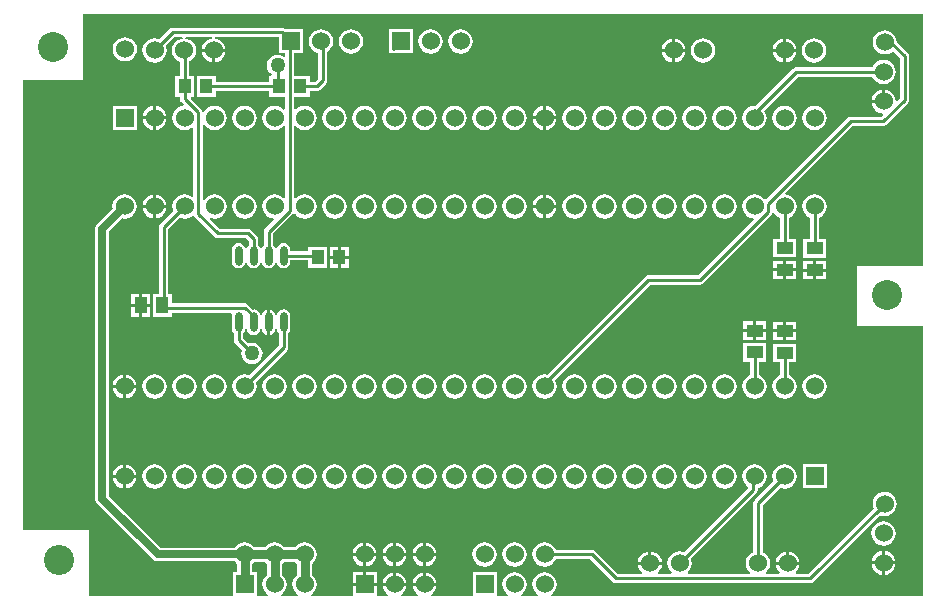
<source format=gbr>
%TF.GenerationSoftware,Altium Limited,Altium Designer,19.1.8 (144)*%
G04 Layer_Physical_Order=2*
G04 Layer_Color=16711680*
%FSLAX26Y26*%
%MOIN*%
%TF.FileFunction,Copper,L2,Bot,Signal*%
%TF.Part,Single*%
G01*
G75*
%TA.AperFunction,SMDPad,CuDef*%
%ADD10R,0.041339X0.055118*%
%TA.AperFunction,Conductor*%
%ADD11C,0.010000*%
%ADD12C,0.030000*%
%ADD14C,0.025000*%
%TA.AperFunction,ComponentPad*%
%ADD15C,0.060000*%
%ADD16R,0.060000X0.060000*%
%TA.AperFunction,ViaPad*%
%ADD17C,0.100000*%
%ADD18O,0.100000X0.100480*%
%ADD19C,0.050000*%
%TA.AperFunction,SMDPad,CuDef*%
%ADD20R,0.041339X0.051181*%
%ADD21R,0.055118X0.041339*%
%ADD22O,0.025591X0.064961*%
G36*
X3020000Y1200000D02*
X2800000D01*
Y1000000D01*
X3020000D01*
Y100000D01*
X1781022D01*
X1780028Y105000D01*
X1780173Y105060D01*
X1788528Y111472D01*
X1794940Y119827D01*
X1798970Y129558D01*
X1800345Y140000D01*
X1798970Y150442D01*
X1794940Y160173D01*
X1788528Y168528D01*
X1780173Y174940D01*
X1770442Y178970D01*
X1760000Y180345D01*
X1749558Y178970D01*
X1739827Y174940D01*
X1731472Y168528D01*
X1725060Y160173D01*
X1721030Y150442D01*
X1719655Y140000D01*
X1721030Y129558D01*
X1725060Y119827D01*
X1731472Y111472D01*
X1739827Y105060D01*
X1739972Y105000D01*
X1738978Y100000D01*
X1681022D01*
X1680028Y105000D01*
X1680173Y105060D01*
X1688528Y111472D01*
X1694940Y119827D01*
X1698970Y129558D01*
X1700345Y140000D01*
X1698970Y150442D01*
X1694940Y160173D01*
X1688528Y168528D01*
X1680173Y174940D01*
X1670442Y178970D01*
X1660000Y180345D01*
X1649558Y178970D01*
X1639827Y174940D01*
X1631472Y168528D01*
X1625060Y160173D01*
X1621030Y150442D01*
X1619655Y140000D01*
X1621030Y129558D01*
X1625060Y119827D01*
X1631472Y111472D01*
X1639827Y105060D01*
X1639972Y105000D01*
X1638978Y100000D01*
X1600000D01*
Y180000D01*
X1520000D01*
Y100000D01*
X1381022D01*
X1380028Y105000D01*
X1380173Y105060D01*
X1388528Y111472D01*
X1394940Y119827D01*
X1398970Y129558D01*
X1399687Y135000D01*
X1360000D01*
X1320313D01*
X1321030Y129558D01*
X1325060Y119827D01*
X1331472Y111472D01*
X1339827Y105060D01*
X1339972Y105000D01*
X1338978Y100000D01*
X1281022D01*
X1280028Y105000D01*
X1280173Y105060D01*
X1288528Y111472D01*
X1294940Y119827D01*
X1298970Y129558D01*
X1299687Y135000D01*
X1260000D01*
X1220313D01*
X1221030Y129558D01*
X1225060Y119827D01*
X1231472Y111472D01*
X1239827Y105060D01*
X1239972Y105000D01*
X1238978Y100000D01*
X1200000D01*
Y135000D01*
X1160000D01*
X1120000D01*
Y100000D01*
X981022D01*
X980028Y105000D01*
X980173Y105060D01*
X988528Y111472D01*
X994940Y119827D01*
X998971Y129558D01*
X1000345Y140000D01*
X998971Y150442D01*
X994940Y160173D01*
X988528Y168528D01*
X985490Y170860D01*
Y209140D01*
X988528Y211472D01*
X994940Y219827D01*
X998971Y229558D01*
X1000345Y240000D01*
X998971Y250442D01*
X994940Y260173D01*
X988528Y268528D01*
X980173Y274940D01*
X970442Y278971D01*
X960000Y280345D01*
X949558Y278971D01*
X939827Y274940D01*
X931472Y268528D01*
X929140Y265490D01*
X890860D01*
X888528Y268528D01*
X880173Y274940D01*
X870442Y278971D01*
X860000Y280345D01*
X849558Y278971D01*
X839827Y274940D01*
X831472Y268528D01*
X829140Y265490D01*
X790860D01*
X788528Y268528D01*
X780173Y274940D01*
X770442Y278971D01*
X760000Y280345D01*
X749558Y278971D01*
X739827Y274940D01*
X731472Y268528D01*
X727184Y262941D01*
X479502D01*
X307941Y434502D01*
Y1315498D01*
X353017Y1360574D01*
X360000Y1359655D01*
X370442Y1361030D01*
X380173Y1365060D01*
X388528Y1371472D01*
X394940Y1379827D01*
X398971Y1389558D01*
X400345Y1400000D01*
X398971Y1410442D01*
X394940Y1420173D01*
X388528Y1428528D01*
X380173Y1434940D01*
X370442Y1438970D01*
X360000Y1440345D01*
X349558Y1438970D01*
X339827Y1434940D01*
X331472Y1428528D01*
X325060Y1420173D01*
X321029Y1410442D01*
X319655Y1400000D01*
X320574Y1393017D01*
X268778Y1341222D01*
X263805Y1333779D01*
X262059Y1325000D01*
Y425000D01*
X263805Y416221D01*
X268778Y408778D01*
X453778Y223778D01*
X461221Y218805D01*
X470000Y217059D01*
X727184D01*
X731472Y211472D01*
X734510Y209140D01*
Y180000D01*
X720000D01*
Y100000D01*
X240000D01*
Y320000D01*
X20000D01*
Y1820000D01*
X220000D01*
Y2040000D01*
X3020000D01*
Y1200000D01*
D02*
G37*
G36*
X931472Y211472D02*
X934510Y209140D01*
Y170860D01*
X931472Y168528D01*
X925060Y160173D01*
X921029Y150442D01*
X919655Y140000D01*
X921029Y129558D01*
X925060Y119827D01*
X931472Y111472D01*
X939827Y105060D01*
X939972Y105000D01*
X938978Y100000D01*
X881022D01*
X880028Y105000D01*
X880173Y105060D01*
X888528Y111472D01*
X894940Y119827D01*
X898971Y129558D01*
X900345Y140000D01*
X898971Y150442D01*
X894940Y160173D01*
X888528Y168528D01*
X885490Y170860D01*
Y209140D01*
X888528Y211472D01*
X890860Y214510D01*
X929140D01*
X931472Y211472D01*
D02*
G37*
G36*
X831472D02*
X834510Y209140D01*
Y170860D01*
X831472Y168528D01*
X825060Y160173D01*
X821029Y150442D01*
X819655Y140000D01*
X821029Y129558D01*
X825060Y119827D01*
X831472Y111472D01*
X839827Y105060D01*
X839972Y105000D01*
X838978Y100000D01*
X800000D01*
Y180000D01*
X785490D01*
Y209140D01*
X788528Y211472D01*
X790860Y214510D01*
X829140D01*
X831472Y211472D01*
D02*
G37*
%LPC*%
G36*
X2565000Y1959687D02*
Y1925000D01*
X2599687D01*
X2598970Y1930442D01*
X2594940Y1940173D01*
X2588528Y1948528D01*
X2580173Y1954940D01*
X2570442Y1958970D01*
X2565000Y1959687D01*
D02*
G37*
G36*
X2195000D02*
Y1925000D01*
X2229687D01*
X2228970Y1930442D01*
X2224940Y1940173D01*
X2218528Y1948528D01*
X2210173Y1954940D01*
X2200442Y1958970D01*
X2195000Y1959687D01*
D02*
G37*
G36*
X2555000D02*
X2549558Y1958970D01*
X2539827Y1954940D01*
X2531472Y1948528D01*
X2525060Y1940173D01*
X2521030Y1930442D01*
X2520313Y1925000D01*
X2555000D01*
Y1959687D01*
D02*
G37*
G36*
X2185000D02*
X2179558Y1958970D01*
X2169827Y1954940D01*
X2161472Y1948528D01*
X2155060Y1940173D01*
X2151030Y1930442D01*
X2150313Y1925000D01*
X2185000D01*
Y1959687D01*
D02*
G37*
G36*
X1320000Y1990000D02*
X1240000D01*
Y1926477D01*
X1239706Y1925000D01*
X1240000Y1923523D01*
Y1910000D01*
X1253523D01*
X1255000Y1909706D01*
X1256477Y1910000D01*
X1320000D01*
Y1990000D01*
D02*
G37*
G36*
X1480000Y1990345D02*
X1469558Y1988970D01*
X1459827Y1984940D01*
X1451472Y1978528D01*
X1445060Y1970173D01*
X1441030Y1960442D01*
X1439655Y1950000D01*
X1441030Y1939558D01*
X1445060Y1929827D01*
X1451472Y1921472D01*
X1459827Y1915060D01*
X1469558Y1911030D01*
X1480000Y1909655D01*
X1490442Y1911030D01*
X1500173Y1915060D01*
X1508528Y1921472D01*
X1514940Y1929827D01*
X1518970Y1939558D01*
X1520345Y1950000D01*
X1518970Y1960442D01*
X1514940Y1970173D01*
X1508528Y1978528D01*
X1500173Y1984940D01*
X1490442Y1988970D01*
X1480000Y1990345D01*
D02*
G37*
G36*
X1380000D02*
X1369558Y1988970D01*
X1359827Y1984940D01*
X1351472Y1978528D01*
X1345060Y1970173D01*
X1341030Y1960442D01*
X1339655Y1950000D01*
X1341030Y1939558D01*
X1345060Y1929827D01*
X1351472Y1921472D01*
X1359827Y1915060D01*
X1369558Y1911030D01*
X1380000Y1909655D01*
X1390442Y1911030D01*
X1400173Y1915060D01*
X1408528Y1921472D01*
X1414940Y1929827D01*
X1418970Y1939558D01*
X1420345Y1950000D01*
X1418970Y1960442D01*
X1414940Y1970173D01*
X1408528Y1978528D01*
X1400173Y1984940D01*
X1390442Y1988970D01*
X1380000Y1990345D01*
D02*
G37*
G36*
X1115000D02*
X1104558Y1988970D01*
X1094827Y1984940D01*
X1086472Y1978528D01*
X1080060Y1970173D01*
X1076030Y1960442D01*
X1074655Y1950000D01*
X1076030Y1939558D01*
X1080060Y1929827D01*
X1086472Y1921472D01*
X1094827Y1915060D01*
X1104558Y1911030D01*
X1115000Y1909655D01*
X1125442Y1911030D01*
X1135173Y1915060D01*
X1143528Y1921472D01*
X1149940Y1929827D01*
X1153970Y1939558D01*
X1155345Y1950000D01*
X1153970Y1960442D01*
X1149940Y1970173D01*
X1143528Y1978528D01*
X1135173Y1984940D01*
X1125442Y1988970D01*
X1115000Y1990345D01*
D02*
G37*
G36*
X361575Y1964282D02*
X351133Y1962908D01*
X341402Y1958877D01*
X333046Y1952465D01*
X326635Y1944110D01*
X322604Y1934379D01*
X321230Y1923937D01*
X322604Y1913495D01*
X326635Y1903764D01*
X333046Y1895409D01*
X341402Y1888997D01*
X351133Y1884966D01*
X361575Y1883592D01*
X372017Y1884966D01*
X381747Y1888997D01*
X390103Y1895409D01*
X396515Y1903764D01*
X400545Y1913495D01*
X401920Y1923937D01*
X400545Y1934379D01*
X396515Y1944110D01*
X390103Y1952465D01*
X381747Y1958877D01*
X372017Y1962908D01*
X361575Y1964282D01*
D02*
G37*
G36*
X2599687Y1915000D02*
X2565000D01*
Y1880313D01*
X2570442Y1881030D01*
X2580173Y1885060D01*
X2588528Y1891472D01*
X2594940Y1899827D01*
X2598970Y1909558D01*
X2599687Y1915000D01*
D02*
G37*
G36*
X2229687D02*
X2195000D01*
Y1880313D01*
X2200442Y1881030D01*
X2210173Y1885060D01*
X2218528Y1891472D01*
X2224940Y1899827D01*
X2228970Y1909558D01*
X2229687Y1915000D01*
D02*
G37*
G36*
X2555000D02*
X2520313D01*
X2521030Y1909558D01*
X2525060Y1899827D01*
X2531472Y1891472D01*
X2539827Y1885060D01*
X2549558Y1881030D01*
X2555000Y1880313D01*
Y1915000D01*
D02*
G37*
G36*
X2185000D02*
X2150313D01*
X2151030Y1909558D01*
X2155060Y1899827D01*
X2161472Y1891472D01*
X2169827Y1885060D01*
X2179558Y1881030D01*
X2185000Y1880313D01*
Y1915000D01*
D02*
G37*
G36*
X2658425Y1960345D02*
X2647983Y1958970D01*
X2638253Y1954940D01*
X2629897Y1948528D01*
X2623485Y1940173D01*
X2619455Y1930442D01*
X2618080Y1920000D01*
X2619455Y1909558D01*
X2623485Y1899827D01*
X2629897Y1891472D01*
X2638253Y1885060D01*
X2647983Y1881030D01*
X2658425Y1879655D01*
X2668867Y1881030D01*
X2678598Y1885060D01*
X2686954Y1891472D01*
X2693365Y1899827D01*
X2697396Y1909558D01*
X2698770Y1920000D01*
X2697396Y1930442D01*
X2693365Y1940173D01*
X2686954Y1948528D01*
X2678598Y1954940D01*
X2668867Y1958970D01*
X2658425Y1960345D01*
D02*
G37*
G36*
X2288425D02*
X2277983Y1958970D01*
X2268253Y1954940D01*
X2259897Y1948528D01*
X2253485Y1940173D01*
X2249455Y1930442D01*
X2248080Y1920000D01*
X2249455Y1909558D01*
X2253485Y1899827D01*
X2259897Y1891472D01*
X2268253Y1885060D01*
X2277983Y1881030D01*
X2288425Y1879655D01*
X2298867Y1881030D01*
X2308598Y1885060D01*
X2316954Y1891472D01*
X2323365Y1899827D01*
X2327396Y1909558D01*
X2328770Y1920000D01*
X2327396Y1930442D01*
X2323365Y1940173D01*
X2316954Y1948528D01*
X2308598Y1954940D01*
X2298867Y1958970D01*
X2288425Y1960345D01*
D02*
G37*
G36*
X2890000Y1888770D02*
X2879558Y1887396D01*
X2869827Y1883365D01*
X2861472Y1876954D01*
X2855060Y1868598D01*
X2853039Y1863719D01*
X2598425D01*
X2592573Y1862555D01*
X2587611Y1859240D01*
X2463284Y1734913D01*
X2460000Y1735345D01*
X2449558Y1733970D01*
X2439827Y1729940D01*
X2431472Y1723528D01*
X2425060Y1715173D01*
X2421030Y1705442D01*
X2419655Y1695000D01*
X2421030Y1684558D01*
X2425060Y1674827D01*
X2431472Y1666472D01*
X2439827Y1660060D01*
X2449558Y1656030D01*
X2460000Y1654655D01*
X2470442Y1656030D01*
X2480173Y1660060D01*
X2488528Y1666472D01*
X2494940Y1674827D01*
X2498970Y1684558D01*
X2500345Y1695000D01*
X2498970Y1705442D01*
X2494940Y1715173D01*
X2491406Y1719778D01*
X2604760Y1833131D01*
X2853039D01*
X2855060Y1828253D01*
X2861472Y1819897D01*
X2869827Y1813485D01*
X2879558Y1809455D01*
X2890000Y1808080D01*
X2900442Y1809455D01*
X2910173Y1813485D01*
X2918528Y1819897D01*
X2924940Y1828253D01*
X2928970Y1837983D01*
X2930345Y1848425D01*
X2928970Y1858867D01*
X2924940Y1868598D01*
X2918528Y1876954D01*
X2910173Y1883365D01*
X2900442Y1887396D01*
X2890000Y1888770D01*
D02*
G37*
G36*
X2885000Y1789687D02*
X2879558Y1788970D01*
X2869827Y1784940D01*
X2861472Y1778528D01*
X2855060Y1770173D01*
X2851030Y1760442D01*
X2850313Y1755000D01*
X2885000D01*
Y1789687D01*
D02*
G37*
G36*
X2893937Y1987196D02*
X2883495Y1985821D01*
X2873764Y1981790D01*
X2865409Y1975379D01*
X2858997Y1967023D01*
X2854966Y1957293D01*
X2853592Y1946850D01*
X2854966Y1936408D01*
X2858997Y1926678D01*
X2865409Y1918322D01*
X2873764Y1911910D01*
X2883495Y1907880D01*
X2893937Y1906505D01*
X2904379Y1907880D01*
X2914110Y1911910D01*
X2921098Y1917273D01*
X2944706Y1893665D01*
Y1762695D01*
X2934995Y1752985D01*
X2929716Y1754777D01*
X2928970Y1760442D01*
X2924940Y1770173D01*
X2918528Y1778528D01*
X2910173Y1784940D01*
X2900442Y1788970D01*
X2895000Y1789687D01*
Y1750000D01*
X2890000D01*
Y1745000D01*
X2850313D01*
X2851030Y1739558D01*
X2855060Y1729827D01*
X2861472Y1721472D01*
X2869827Y1715060D01*
X2879558Y1711030D01*
X2885223Y1710284D01*
X2887015Y1705005D01*
X2880944Y1698934D01*
X2780000D01*
X2774147Y1697769D01*
X2769186Y1694454D01*
X2497606Y1422874D01*
X2492616Y1423201D01*
X2488528Y1428528D01*
X2480173Y1434940D01*
X2470442Y1438970D01*
X2460000Y1440345D01*
X2449558Y1438970D01*
X2439827Y1434940D01*
X2431472Y1428528D01*
X2425060Y1420173D01*
X2421030Y1410442D01*
X2419655Y1400000D01*
X2421030Y1389558D01*
X2425060Y1379827D01*
X2431472Y1371472D01*
X2439827Y1365060D01*
X2449558Y1361030D01*
X2455223Y1360284D01*
X2457015Y1355005D01*
X2272305Y1170294D01*
X2105000D01*
X2099147Y1169130D01*
X2094186Y1165814D01*
X1767702Y839331D01*
X1760000Y840345D01*
X1749558Y838971D01*
X1739827Y834940D01*
X1731472Y828528D01*
X1725060Y820173D01*
X1721030Y810442D01*
X1719655Y800000D01*
X1721030Y789558D01*
X1725060Y779827D01*
X1731472Y771472D01*
X1739827Y765060D01*
X1749558Y761029D01*
X1760000Y759655D01*
X1770442Y761029D01*
X1780173Y765060D01*
X1788528Y771472D01*
X1794940Y779827D01*
X1798970Y789558D01*
X1800345Y800000D01*
X1798970Y810442D01*
X1794940Y820173D01*
X1793577Y821948D01*
X2111335Y1139706D01*
X2278640D01*
X2284492Y1140870D01*
X2289454Y1144186D01*
X2515814Y1370546D01*
X2519130Y1375508D01*
X2519878Y1379271D01*
X2524954Y1379816D01*
X2525081Y1379800D01*
X2531472Y1371472D01*
X2539827Y1365060D01*
X2544706Y1363039D01*
Y1292087D01*
X2522441D01*
Y1230748D01*
X2597559D01*
Y1292087D01*
X2575294D01*
Y1363039D01*
X2580173Y1365060D01*
X2588528Y1371472D01*
X2594940Y1379827D01*
X2598970Y1389558D01*
X2600345Y1400000D01*
X2598970Y1410442D01*
X2594940Y1420173D01*
X2588528Y1428528D01*
X2580173Y1434940D01*
X2570442Y1438970D01*
X2564777Y1439716D01*
X2562985Y1444995D01*
X2786335Y1668346D01*
X2887279D01*
X2893132Y1669510D01*
X2898094Y1672825D01*
X2970814Y1745546D01*
X2974130Y1750508D01*
X2975294Y1756360D01*
Y1900000D01*
X2974130Y1905853D01*
X2970814Y1910814D01*
X2934207Y1947422D01*
X2932907Y1957293D01*
X2928877Y1967023D01*
X2922465Y1975379D01*
X2914110Y1981790D01*
X2904379Y1985821D01*
X2893937Y1987196D01*
D02*
G37*
G36*
X1765000Y1734687D02*
Y1700000D01*
X1799687D01*
X1798970Y1705442D01*
X1794940Y1715173D01*
X1788528Y1723528D01*
X1780173Y1729940D01*
X1770442Y1733970D01*
X1765000Y1734687D01*
D02*
G37*
G36*
X465000D02*
Y1700000D01*
X499687D01*
X498971Y1705442D01*
X494940Y1715173D01*
X488528Y1723528D01*
X480173Y1729940D01*
X470442Y1733970D01*
X465000Y1734687D01*
D02*
G37*
G36*
X1755000D02*
X1749558Y1733970D01*
X1739827Y1729940D01*
X1731472Y1723528D01*
X1725060Y1715173D01*
X1721030Y1705442D01*
X1720313Y1700000D01*
X1755000D01*
Y1734687D01*
D02*
G37*
G36*
X455000D02*
X449558Y1733970D01*
X439827Y1729940D01*
X431472Y1723528D01*
X425060Y1715173D01*
X421029Y1705442D01*
X420313Y1700000D01*
X455000D01*
Y1734687D01*
D02*
G37*
G36*
X1799687Y1690000D02*
X1765000D01*
Y1655313D01*
X1770442Y1656030D01*
X1780173Y1660060D01*
X1788528Y1666472D01*
X1794940Y1674827D01*
X1798970Y1684558D01*
X1799687Y1690000D01*
D02*
G37*
G36*
X499687D02*
X465000D01*
Y1655313D01*
X470442Y1656030D01*
X480173Y1660060D01*
X488528Y1666472D01*
X494940Y1674827D01*
X498971Y1684558D01*
X499687Y1690000D01*
D02*
G37*
G36*
X1755000D02*
X1720313D01*
X1721030Y1684558D01*
X1725060Y1674827D01*
X1731472Y1666472D01*
X1739827Y1660060D01*
X1749558Y1656030D01*
X1755000Y1655313D01*
Y1690000D01*
D02*
G37*
G36*
X455000D02*
X420313D01*
X421029Y1684558D01*
X425060Y1674827D01*
X431472Y1666472D01*
X439827Y1660060D01*
X449558Y1656030D01*
X455000Y1655313D01*
Y1690000D01*
D02*
G37*
G36*
X400000Y1735000D02*
X320000D01*
Y1655000D01*
X400000D01*
Y1735000D01*
D02*
G37*
G36*
X2660000Y1735345D02*
X2649558Y1733970D01*
X2639827Y1729940D01*
X2631472Y1723528D01*
X2625060Y1715173D01*
X2621030Y1705442D01*
X2619655Y1695000D01*
X2621030Y1684558D01*
X2625060Y1674827D01*
X2631472Y1666472D01*
X2639827Y1660060D01*
X2649558Y1656030D01*
X2660000Y1654655D01*
X2670442Y1656030D01*
X2680173Y1660060D01*
X2688528Y1666472D01*
X2694940Y1674827D01*
X2698970Y1684558D01*
X2700345Y1695000D01*
X2698970Y1705442D01*
X2694940Y1715173D01*
X2688528Y1723528D01*
X2680173Y1729940D01*
X2670442Y1733970D01*
X2660000Y1735345D01*
D02*
G37*
G36*
X2560000D02*
X2549558Y1733970D01*
X2539827Y1729940D01*
X2531472Y1723528D01*
X2525060Y1715173D01*
X2521030Y1705442D01*
X2519655Y1695000D01*
X2521030Y1684558D01*
X2525060Y1674827D01*
X2531472Y1666472D01*
X2539827Y1660060D01*
X2549558Y1656030D01*
X2560000Y1654655D01*
X2570442Y1656030D01*
X2580173Y1660060D01*
X2588528Y1666472D01*
X2594940Y1674827D01*
X2598970Y1684558D01*
X2600345Y1695000D01*
X2598970Y1705442D01*
X2594940Y1715173D01*
X2588528Y1723528D01*
X2580173Y1729940D01*
X2570442Y1733970D01*
X2560000Y1735345D01*
D02*
G37*
G36*
X2360000D02*
X2349558Y1733970D01*
X2339827Y1729940D01*
X2331472Y1723528D01*
X2325060Y1715173D01*
X2321030Y1705442D01*
X2319655Y1695000D01*
X2321030Y1684558D01*
X2325060Y1674827D01*
X2331472Y1666472D01*
X2339827Y1660060D01*
X2349558Y1656030D01*
X2360000Y1654655D01*
X2370442Y1656030D01*
X2380173Y1660060D01*
X2388528Y1666472D01*
X2394940Y1674827D01*
X2398970Y1684558D01*
X2400345Y1695000D01*
X2398970Y1705442D01*
X2394940Y1715173D01*
X2388528Y1723528D01*
X2380173Y1729940D01*
X2370442Y1733970D01*
X2360000Y1735345D01*
D02*
G37*
G36*
X2260000D02*
X2249558Y1733970D01*
X2239827Y1729940D01*
X2231472Y1723528D01*
X2225060Y1715173D01*
X2221030Y1705442D01*
X2219655Y1695000D01*
X2221030Y1684558D01*
X2225060Y1674827D01*
X2231472Y1666472D01*
X2239827Y1660060D01*
X2249558Y1656030D01*
X2260000Y1654655D01*
X2270442Y1656030D01*
X2280173Y1660060D01*
X2288528Y1666472D01*
X2294940Y1674827D01*
X2298970Y1684558D01*
X2300345Y1695000D01*
X2298970Y1705442D01*
X2294940Y1715173D01*
X2288528Y1723528D01*
X2280173Y1729940D01*
X2270442Y1733970D01*
X2260000Y1735345D01*
D02*
G37*
G36*
X2160000D02*
X2149558Y1733970D01*
X2139827Y1729940D01*
X2131472Y1723528D01*
X2125060Y1715173D01*
X2121030Y1705442D01*
X2119655Y1695000D01*
X2121030Y1684558D01*
X2125060Y1674827D01*
X2131472Y1666472D01*
X2139827Y1660060D01*
X2149558Y1656030D01*
X2160000Y1654655D01*
X2170442Y1656030D01*
X2180173Y1660060D01*
X2188528Y1666472D01*
X2194940Y1674827D01*
X2198970Y1684558D01*
X2200345Y1695000D01*
X2198970Y1705442D01*
X2194940Y1715173D01*
X2188528Y1723528D01*
X2180173Y1729940D01*
X2170442Y1733970D01*
X2160000Y1735345D01*
D02*
G37*
G36*
X2060000D02*
X2049558Y1733970D01*
X2039827Y1729940D01*
X2031472Y1723528D01*
X2025060Y1715173D01*
X2021030Y1705442D01*
X2019655Y1695000D01*
X2021030Y1684558D01*
X2025060Y1674827D01*
X2031472Y1666472D01*
X2039827Y1660060D01*
X2049558Y1656030D01*
X2060000Y1654655D01*
X2070442Y1656030D01*
X2080173Y1660060D01*
X2088528Y1666472D01*
X2094940Y1674827D01*
X2098970Y1684558D01*
X2100345Y1695000D01*
X2098970Y1705442D01*
X2094940Y1715173D01*
X2088528Y1723528D01*
X2080173Y1729940D01*
X2070442Y1733970D01*
X2060000Y1735345D01*
D02*
G37*
G36*
X1960000D02*
X1949558Y1733970D01*
X1939827Y1729940D01*
X1931472Y1723528D01*
X1925060Y1715173D01*
X1921030Y1705442D01*
X1919655Y1695000D01*
X1921030Y1684558D01*
X1925060Y1674827D01*
X1931472Y1666472D01*
X1939827Y1660060D01*
X1949558Y1656030D01*
X1960000Y1654655D01*
X1970442Y1656030D01*
X1980173Y1660060D01*
X1988528Y1666472D01*
X1994940Y1674827D01*
X1998970Y1684558D01*
X2000345Y1695000D01*
X1998970Y1705442D01*
X1994940Y1715173D01*
X1988528Y1723528D01*
X1980173Y1729940D01*
X1970442Y1733970D01*
X1960000Y1735345D01*
D02*
G37*
G36*
X1860000D02*
X1849558Y1733970D01*
X1839827Y1729940D01*
X1831472Y1723528D01*
X1825060Y1715173D01*
X1821030Y1705442D01*
X1819655Y1695000D01*
X1821030Y1684558D01*
X1825060Y1674827D01*
X1831472Y1666472D01*
X1839827Y1660060D01*
X1849558Y1656030D01*
X1860000Y1654655D01*
X1870442Y1656030D01*
X1880173Y1660060D01*
X1888528Y1666472D01*
X1894940Y1674827D01*
X1898970Y1684558D01*
X1900345Y1695000D01*
X1898970Y1705442D01*
X1894940Y1715173D01*
X1888528Y1723528D01*
X1880173Y1729940D01*
X1870442Y1733970D01*
X1860000Y1735345D01*
D02*
G37*
G36*
X1660000D02*
X1649558Y1733970D01*
X1639827Y1729940D01*
X1631472Y1723528D01*
X1625060Y1715173D01*
X1621030Y1705442D01*
X1619655Y1695000D01*
X1621030Y1684558D01*
X1625060Y1674827D01*
X1631472Y1666472D01*
X1639827Y1660060D01*
X1649558Y1656030D01*
X1660000Y1654655D01*
X1670442Y1656030D01*
X1680173Y1660060D01*
X1688528Y1666472D01*
X1694940Y1674827D01*
X1698970Y1684558D01*
X1700345Y1695000D01*
X1698970Y1705442D01*
X1694940Y1715173D01*
X1688528Y1723528D01*
X1680173Y1729940D01*
X1670442Y1733970D01*
X1660000Y1735345D01*
D02*
G37*
G36*
X1560000D02*
X1549558Y1733970D01*
X1539827Y1729940D01*
X1531472Y1723528D01*
X1525060Y1715173D01*
X1521030Y1705442D01*
X1519655Y1695000D01*
X1521030Y1684558D01*
X1525060Y1674827D01*
X1531472Y1666472D01*
X1539827Y1660060D01*
X1549558Y1656030D01*
X1560000Y1654655D01*
X1570442Y1656030D01*
X1580173Y1660060D01*
X1588528Y1666472D01*
X1594940Y1674827D01*
X1598970Y1684558D01*
X1600345Y1695000D01*
X1598970Y1705442D01*
X1594940Y1715173D01*
X1588528Y1723528D01*
X1580173Y1729940D01*
X1570442Y1733970D01*
X1560000Y1735345D01*
D02*
G37*
G36*
X1460000D02*
X1449558Y1733970D01*
X1439827Y1729940D01*
X1431472Y1723528D01*
X1425060Y1715173D01*
X1421030Y1705442D01*
X1419655Y1695000D01*
X1421030Y1684558D01*
X1425060Y1674827D01*
X1431472Y1666472D01*
X1439827Y1660060D01*
X1449558Y1656030D01*
X1460000Y1654655D01*
X1470442Y1656030D01*
X1480173Y1660060D01*
X1488528Y1666472D01*
X1494940Y1674827D01*
X1498970Y1684558D01*
X1500345Y1695000D01*
X1498970Y1705442D01*
X1494940Y1715173D01*
X1488528Y1723528D01*
X1480173Y1729940D01*
X1470442Y1733970D01*
X1460000Y1735345D01*
D02*
G37*
G36*
X1360000D02*
X1349558Y1733970D01*
X1339827Y1729940D01*
X1331472Y1723528D01*
X1325060Y1715173D01*
X1321030Y1705442D01*
X1319655Y1695000D01*
X1321030Y1684558D01*
X1325060Y1674827D01*
X1331472Y1666472D01*
X1339827Y1660060D01*
X1349558Y1656030D01*
X1360000Y1654655D01*
X1370442Y1656030D01*
X1380173Y1660060D01*
X1388528Y1666472D01*
X1394940Y1674827D01*
X1398970Y1684558D01*
X1400345Y1695000D01*
X1398970Y1705442D01*
X1394940Y1715173D01*
X1388528Y1723528D01*
X1380173Y1729940D01*
X1370442Y1733970D01*
X1360000Y1735345D01*
D02*
G37*
G36*
X1260000D02*
X1249558Y1733970D01*
X1239827Y1729940D01*
X1231472Y1723528D01*
X1225060Y1715173D01*
X1221030Y1705442D01*
X1219655Y1695000D01*
X1221030Y1684558D01*
X1225060Y1674827D01*
X1231472Y1666472D01*
X1239827Y1660060D01*
X1249558Y1656030D01*
X1260000Y1654655D01*
X1270442Y1656030D01*
X1280173Y1660060D01*
X1288528Y1666472D01*
X1294940Y1674827D01*
X1298970Y1684558D01*
X1300345Y1695000D01*
X1298970Y1705442D01*
X1294940Y1715173D01*
X1288528Y1723528D01*
X1280173Y1729940D01*
X1270442Y1733970D01*
X1260000Y1735345D01*
D02*
G37*
G36*
X1160000D02*
X1149558Y1733970D01*
X1139827Y1729940D01*
X1131472Y1723528D01*
X1125060Y1715173D01*
X1121030Y1705442D01*
X1119655Y1695000D01*
X1121030Y1684558D01*
X1125060Y1674827D01*
X1131472Y1666472D01*
X1139827Y1660060D01*
X1149558Y1656030D01*
X1160000Y1654655D01*
X1170442Y1656030D01*
X1180173Y1660060D01*
X1188528Y1666472D01*
X1194940Y1674827D01*
X1198970Y1684558D01*
X1200345Y1695000D01*
X1198970Y1705442D01*
X1194940Y1715173D01*
X1188528Y1723528D01*
X1180173Y1729940D01*
X1170442Y1733970D01*
X1160000Y1735345D01*
D02*
G37*
G36*
X1060000D02*
X1049558Y1733970D01*
X1039827Y1729940D01*
X1031472Y1723528D01*
X1025060Y1715173D01*
X1021029Y1705442D01*
X1019655Y1695000D01*
X1021029Y1684558D01*
X1025060Y1674827D01*
X1031472Y1666472D01*
X1039827Y1660060D01*
X1049558Y1656030D01*
X1060000Y1654655D01*
X1070442Y1656030D01*
X1080173Y1660060D01*
X1088528Y1666472D01*
X1094940Y1674827D01*
X1098970Y1684558D01*
X1100345Y1695000D01*
X1098970Y1705442D01*
X1094940Y1715173D01*
X1088528Y1723528D01*
X1080173Y1729940D01*
X1070442Y1733970D01*
X1060000Y1735345D01*
D02*
G37*
G36*
X885000Y1995294D02*
X520000D01*
X514147Y1994130D01*
X509186Y1990814D01*
X475321Y1956950D01*
X470442Y1958970D01*
X460000Y1960345D01*
X449558Y1958970D01*
X439827Y1954940D01*
X431472Y1948528D01*
X425060Y1940173D01*
X421029Y1930442D01*
X419655Y1920000D01*
X421029Y1909558D01*
X425060Y1899827D01*
X431472Y1891472D01*
X439827Y1885060D01*
X449558Y1881030D01*
X460000Y1879655D01*
X470442Y1881030D01*
X480173Y1885060D01*
X488528Y1891472D01*
X494940Y1899827D01*
X498971Y1909558D01*
X500345Y1920000D01*
X498971Y1930442D01*
X496950Y1935321D01*
X526335Y1964706D01*
X553243D01*
X553571Y1959706D01*
X547983Y1958970D01*
X538253Y1954940D01*
X529897Y1948528D01*
X523485Y1940173D01*
X519455Y1930442D01*
X518080Y1920000D01*
X519455Y1909558D01*
X523485Y1899827D01*
X529897Y1891472D01*
X538253Y1885060D01*
X544706Y1882387D01*
Y1835591D01*
X529331D01*
Y1764409D01*
X544706D01*
Y1758640D01*
X545870Y1752787D01*
X549186Y1747825D01*
X557015Y1739995D01*
X555223Y1734716D01*
X549558Y1733970D01*
X539827Y1729940D01*
X531472Y1723528D01*
X525060Y1715173D01*
X521029Y1705442D01*
X519655Y1695000D01*
X521029Y1684558D01*
X525060Y1674827D01*
X531472Y1666472D01*
X539827Y1660060D01*
X549558Y1656030D01*
X560000Y1654655D01*
X570442Y1656030D01*
X580173Y1660060D01*
X584706Y1663539D01*
X589706Y1661073D01*
Y1433927D01*
X584706Y1431461D01*
X580173Y1434940D01*
X570442Y1438970D01*
X560000Y1440345D01*
X549558Y1438970D01*
X539827Y1434940D01*
X531472Y1428528D01*
X525060Y1420173D01*
X521029Y1410442D01*
X519655Y1400000D01*
X521029Y1389558D01*
X523050Y1384679D01*
X479186Y1340814D01*
X475870Y1335853D01*
X474706Y1330000D01*
Y1107559D01*
X455748D01*
Y1032441D01*
X517087D01*
Y1045966D01*
X715382D01*
X718250Y1040966D01*
X716758Y1033465D01*
Y994095D01*
X718527Y985200D01*
X723566Y977660D01*
X724706Y976898D01*
Y955000D01*
X725870Y949147D01*
X729186Y944186D01*
X751877Y921494D01*
X750901Y919137D01*
X749698Y910000D01*
X750901Y900863D01*
X754428Y892349D01*
X760038Y885038D01*
X767349Y879428D01*
X775863Y875901D01*
X785000Y874698D01*
X794137Y875901D01*
X802651Y879428D01*
X809962Y885038D01*
X815572Y892349D01*
X819099Y900863D01*
X820302Y910000D01*
X819099Y919137D01*
X815572Y927651D01*
X809962Y934962D01*
X802651Y940572D01*
X794137Y944099D01*
X785000Y945302D01*
X775863Y944099D01*
X773506Y943123D01*
X755294Y961335D01*
Y976898D01*
X756434Y977660D01*
X761473Y985200D01*
X762451Y990119D01*
X767549D01*
X768527Y985200D01*
X773566Y977660D01*
X781106Y972622D01*
X790000Y970853D01*
X798894Y972622D01*
X806434Y977660D01*
X811473Y985200D01*
X812451Y990119D01*
X817549D01*
X818527Y985200D01*
X823566Y977660D01*
X831106Y972622D01*
X835000Y971847D01*
Y1013779D01*
Y1055712D01*
X831106Y1054937D01*
X823566Y1049899D01*
X818527Y1042359D01*
X817549Y1037440D01*
X812451D01*
X811473Y1042359D01*
X806434Y1049899D01*
X798894Y1054937D01*
X790000Y1056706D01*
X788654Y1056439D01*
X773019Y1072074D01*
X768057Y1075389D01*
X762205Y1076554D01*
X517087D01*
Y1107559D01*
X505294D01*
Y1323665D01*
X544679Y1363050D01*
X549558Y1361030D01*
X560000Y1359655D01*
X570442Y1361030D01*
X580173Y1365060D01*
X585736Y1369329D01*
X587055Y1369282D01*
X591756Y1367822D01*
X594186Y1364186D01*
X659186Y1299186D01*
X664147Y1295870D01*
X670000Y1294706D01*
X763665D01*
X774706Y1283665D01*
Y1273102D01*
X773566Y1272340D01*
X768527Y1264800D01*
X767549Y1259881D01*
X762451D01*
X761473Y1264800D01*
X756434Y1272340D01*
X748894Y1277378D01*
X740000Y1279147D01*
X731106Y1277378D01*
X723566Y1272340D01*
X718527Y1264800D01*
X716758Y1255905D01*
Y1216535D01*
X718527Y1207641D01*
X723566Y1200101D01*
X731106Y1195063D01*
X740000Y1193293D01*
X748894Y1195063D01*
X756434Y1200101D01*
X761473Y1207641D01*
X762451Y1212559D01*
X767549D01*
X768527Y1207641D01*
X773566Y1200101D01*
X781106Y1195063D01*
X790000Y1193293D01*
X798894Y1195063D01*
X806434Y1200101D01*
X811473Y1207641D01*
X812451Y1212559D01*
X817549D01*
X818527Y1207641D01*
X823566Y1200101D01*
X831106Y1195063D01*
X840000Y1193293D01*
X848894Y1195063D01*
X856434Y1200101D01*
X861473Y1207641D01*
X862451Y1212559D01*
X867549D01*
X868527Y1207641D01*
X873566Y1200101D01*
X881106Y1195063D01*
X890000Y1193293D01*
X898894Y1195063D01*
X906434Y1200101D01*
X911473Y1207641D01*
X913242Y1216535D01*
Y1220927D01*
X972913D01*
Y1194409D01*
X1034252D01*
Y1265591D01*
X972913D01*
Y1251514D01*
X913242D01*
Y1255905D01*
X911473Y1264800D01*
X906434Y1272340D01*
X898894Y1277378D01*
X890000Y1279147D01*
X881106Y1277378D01*
X873566Y1272340D01*
X868527Y1264800D01*
X867549Y1259881D01*
X862451D01*
X861473Y1264800D01*
X856434Y1272340D01*
X855294Y1273102D01*
Y1310025D01*
X920814Y1375546D01*
X921386Y1376402D01*
X927534Y1376603D01*
X931472Y1371472D01*
X939827Y1365060D01*
X949558Y1361030D01*
X960000Y1359655D01*
X970442Y1361030D01*
X980173Y1365060D01*
X988528Y1371472D01*
X994940Y1379827D01*
X998971Y1389558D01*
X1000345Y1400000D01*
X998971Y1410442D01*
X994940Y1420173D01*
X988528Y1428528D01*
X980173Y1434940D01*
X970442Y1438970D01*
X960000Y1440345D01*
X949558Y1438970D01*
X939827Y1434940D01*
X931472Y1428528D01*
X930029Y1426648D01*
X925294Y1428255D01*
Y1666745D01*
X930029Y1668352D01*
X931472Y1666472D01*
X939827Y1660060D01*
X949558Y1656030D01*
X960000Y1654655D01*
X970442Y1656030D01*
X980173Y1660060D01*
X988528Y1666472D01*
X994940Y1674827D01*
X998971Y1684558D01*
X1000345Y1695000D01*
X998971Y1705442D01*
X994940Y1715173D01*
X988528Y1723528D01*
X980173Y1729940D01*
X970442Y1733970D01*
X960000Y1735345D01*
X949558Y1733970D01*
X939827Y1729940D01*
X931472Y1723528D01*
X930029Y1721648D01*
X925294Y1723255D01*
Y1764409D01*
X977087D01*
Y1784706D01*
X1000000D01*
X1005853Y1785870D01*
X1010814Y1789186D01*
X1030814Y1809186D01*
X1034130Y1814147D01*
X1035294Y1820000D01*
Y1915153D01*
X1043528Y1921472D01*
X1049940Y1929827D01*
X1053970Y1939558D01*
X1055345Y1950000D01*
X1053970Y1960442D01*
X1049940Y1970173D01*
X1043528Y1978528D01*
X1035173Y1984940D01*
X1025442Y1988970D01*
X1015000Y1990345D01*
X1004558Y1988970D01*
X994827Y1984940D01*
X986472Y1978528D01*
X980060Y1970173D01*
X976029Y1960442D01*
X974655Y1950000D01*
X976029Y1939558D01*
X980060Y1929827D01*
X986472Y1921472D01*
X994827Y1915060D01*
X1004558Y1911030D01*
X1004706Y1911010D01*
Y1826335D01*
X993665Y1815294D01*
X977087D01*
Y1835591D01*
X925294D01*
Y1910000D01*
X955000D01*
Y1990000D01*
X896629D01*
X895814Y1990814D01*
X890853Y1994130D01*
X885000Y1995294D01*
D02*
G37*
G36*
X1765000Y1439687D02*
Y1405000D01*
X1799687D01*
X1798970Y1410442D01*
X1794940Y1420173D01*
X1788528Y1428528D01*
X1780173Y1434940D01*
X1770442Y1438970D01*
X1765000Y1439687D01*
D02*
G37*
G36*
X465000D02*
Y1405000D01*
X499687D01*
X498971Y1410442D01*
X494940Y1420173D01*
X488528Y1428528D01*
X480173Y1434940D01*
X470442Y1438970D01*
X465000Y1439687D01*
D02*
G37*
G36*
X1755000D02*
X1749558Y1438970D01*
X1739827Y1434940D01*
X1731472Y1428528D01*
X1725060Y1420173D01*
X1721030Y1410442D01*
X1720313Y1405000D01*
X1755000D01*
Y1439687D01*
D02*
G37*
G36*
X455000D02*
X449558Y1438970D01*
X439827Y1434940D01*
X431472Y1428528D01*
X425060Y1420173D01*
X421029Y1410442D01*
X420313Y1405000D01*
X455000D01*
Y1439687D01*
D02*
G37*
G36*
X1799687Y1395000D02*
X1765000D01*
Y1360313D01*
X1770442Y1361030D01*
X1780173Y1365060D01*
X1788528Y1371472D01*
X1794940Y1379827D01*
X1798970Y1389558D01*
X1799687Y1395000D01*
D02*
G37*
G36*
X499687D02*
X465000D01*
Y1360313D01*
X470442Y1361030D01*
X480173Y1365060D01*
X488528Y1371472D01*
X494940Y1379827D01*
X498971Y1389558D01*
X499687Y1395000D01*
D02*
G37*
G36*
X1755000D02*
X1720313D01*
X1721030Y1389558D01*
X1725060Y1379827D01*
X1731472Y1371472D01*
X1739827Y1365060D01*
X1749558Y1361030D01*
X1755000Y1360313D01*
Y1395000D01*
D02*
G37*
G36*
X455000D02*
X420313D01*
X421029Y1389558D01*
X425060Y1379827D01*
X431472Y1371472D01*
X439827Y1365060D01*
X449558Y1361030D01*
X455000Y1360313D01*
Y1395000D01*
D02*
G37*
G36*
X2360000Y1440345D02*
X2349558Y1438970D01*
X2339827Y1434940D01*
X2331472Y1428528D01*
X2325060Y1420173D01*
X2321030Y1410442D01*
X2319655Y1400000D01*
X2321030Y1389558D01*
X2325060Y1379827D01*
X2331472Y1371472D01*
X2339827Y1365060D01*
X2349558Y1361030D01*
X2360000Y1359655D01*
X2370442Y1361030D01*
X2380173Y1365060D01*
X2388528Y1371472D01*
X2394940Y1379827D01*
X2398970Y1389558D01*
X2400345Y1400000D01*
X2398970Y1410442D01*
X2394940Y1420173D01*
X2388528Y1428528D01*
X2380173Y1434940D01*
X2370442Y1438970D01*
X2360000Y1440345D01*
D02*
G37*
G36*
X2260000D02*
X2249558Y1438970D01*
X2239827Y1434940D01*
X2231472Y1428528D01*
X2225060Y1420173D01*
X2221030Y1410442D01*
X2219655Y1400000D01*
X2221030Y1389558D01*
X2225060Y1379827D01*
X2231472Y1371472D01*
X2239827Y1365060D01*
X2249558Y1361030D01*
X2260000Y1359655D01*
X2270442Y1361030D01*
X2280173Y1365060D01*
X2288528Y1371472D01*
X2294940Y1379827D01*
X2298970Y1389558D01*
X2300345Y1400000D01*
X2298970Y1410442D01*
X2294940Y1420173D01*
X2288528Y1428528D01*
X2280173Y1434940D01*
X2270442Y1438970D01*
X2260000Y1440345D01*
D02*
G37*
G36*
X2160000D02*
X2149558Y1438970D01*
X2139827Y1434940D01*
X2131472Y1428528D01*
X2125060Y1420173D01*
X2121030Y1410442D01*
X2119655Y1400000D01*
X2121030Y1389558D01*
X2125060Y1379827D01*
X2131472Y1371472D01*
X2139827Y1365060D01*
X2149558Y1361030D01*
X2160000Y1359655D01*
X2170442Y1361030D01*
X2180173Y1365060D01*
X2188528Y1371472D01*
X2194940Y1379827D01*
X2198970Y1389558D01*
X2200345Y1400000D01*
X2198970Y1410442D01*
X2194940Y1420173D01*
X2188528Y1428528D01*
X2180173Y1434940D01*
X2170442Y1438970D01*
X2160000Y1440345D01*
D02*
G37*
G36*
X2060000D02*
X2049558Y1438970D01*
X2039827Y1434940D01*
X2031472Y1428528D01*
X2025060Y1420173D01*
X2021030Y1410442D01*
X2019655Y1400000D01*
X2021030Y1389558D01*
X2025060Y1379827D01*
X2031472Y1371472D01*
X2039827Y1365060D01*
X2049558Y1361030D01*
X2060000Y1359655D01*
X2070442Y1361030D01*
X2080173Y1365060D01*
X2088528Y1371472D01*
X2094940Y1379827D01*
X2098970Y1389558D01*
X2100345Y1400000D01*
X2098970Y1410442D01*
X2094940Y1420173D01*
X2088528Y1428528D01*
X2080173Y1434940D01*
X2070442Y1438970D01*
X2060000Y1440345D01*
D02*
G37*
G36*
X1960000D02*
X1949558Y1438970D01*
X1939827Y1434940D01*
X1931472Y1428528D01*
X1925060Y1420173D01*
X1921030Y1410442D01*
X1919655Y1400000D01*
X1921030Y1389558D01*
X1925060Y1379827D01*
X1931472Y1371472D01*
X1939827Y1365060D01*
X1949558Y1361030D01*
X1960000Y1359655D01*
X1970442Y1361030D01*
X1980173Y1365060D01*
X1988528Y1371472D01*
X1994940Y1379827D01*
X1998970Y1389558D01*
X2000345Y1400000D01*
X1998970Y1410442D01*
X1994940Y1420173D01*
X1988528Y1428528D01*
X1980173Y1434940D01*
X1970442Y1438970D01*
X1960000Y1440345D01*
D02*
G37*
G36*
X1860000D02*
X1849558Y1438970D01*
X1839827Y1434940D01*
X1831472Y1428528D01*
X1825060Y1420173D01*
X1821030Y1410442D01*
X1819655Y1400000D01*
X1821030Y1389558D01*
X1825060Y1379827D01*
X1831472Y1371472D01*
X1839827Y1365060D01*
X1849558Y1361030D01*
X1860000Y1359655D01*
X1870442Y1361030D01*
X1880173Y1365060D01*
X1888528Y1371472D01*
X1894940Y1379827D01*
X1898970Y1389558D01*
X1900345Y1400000D01*
X1898970Y1410442D01*
X1894940Y1420173D01*
X1888528Y1428528D01*
X1880173Y1434940D01*
X1870442Y1438970D01*
X1860000Y1440345D01*
D02*
G37*
G36*
X1660000D02*
X1649558Y1438970D01*
X1639827Y1434940D01*
X1631472Y1428528D01*
X1625060Y1420173D01*
X1621030Y1410442D01*
X1619655Y1400000D01*
X1621030Y1389558D01*
X1625060Y1379827D01*
X1631472Y1371472D01*
X1639827Y1365060D01*
X1649558Y1361030D01*
X1660000Y1359655D01*
X1670442Y1361030D01*
X1680173Y1365060D01*
X1688528Y1371472D01*
X1694940Y1379827D01*
X1698970Y1389558D01*
X1700345Y1400000D01*
X1698970Y1410442D01*
X1694940Y1420173D01*
X1688528Y1428528D01*
X1680173Y1434940D01*
X1670442Y1438970D01*
X1660000Y1440345D01*
D02*
G37*
G36*
X1560000D02*
X1549558Y1438970D01*
X1539827Y1434940D01*
X1531472Y1428528D01*
X1525060Y1420173D01*
X1521030Y1410442D01*
X1519655Y1400000D01*
X1521030Y1389558D01*
X1525060Y1379827D01*
X1531472Y1371472D01*
X1539827Y1365060D01*
X1549558Y1361030D01*
X1560000Y1359655D01*
X1570442Y1361030D01*
X1580173Y1365060D01*
X1588528Y1371472D01*
X1594940Y1379827D01*
X1598970Y1389558D01*
X1600345Y1400000D01*
X1598970Y1410442D01*
X1594940Y1420173D01*
X1588528Y1428528D01*
X1580173Y1434940D01*
X1570442Y1438970D01*
X1560000Y1440345D01*
D02*
G37*
G36*
X1460000D02*
X1449558Y1438970D01*
X1439827Y1434940D01*
X1431472Y1428528D01*
X1425060Y1420173D01*
X1421030Y1410442D01*
X1419655Y1400000D01*
X1421030Y1389558D01*
X1425060Y1379827D01*
X1431472Y1371472D01*
X1439827Y1365060D01*
X1449558Y1361030D01*
X1460000Y1359655D01*
X1470442Y1361030D01*
X1480173Y1365060D01*
X1488528Y1371472D01*
X1494940Y1379827D01*
X1498970Y1389558D01*
X1500345Y1400000D01*
X1498970Y1410442D01*
X1494940Y1420173D01*
X1488528Y1428528D01*
X1480173Y1434940D01*
X1470442Y1438970D01*
X1460000Y1440345D01*
D02*
G37*
G36*
X1360000D02*
X1349558Y1438970D01*
X1339827Y1434940D01*
X1331472Y1428528D01*
X1325060Y1420173D01*
X1321030Y1410442D01*
X1319655Y1400000D01*
X1321030Y1389558D01*
X1325060Y1379827D01*
X1331472Y1371472D01*
X1339827Y1365060D01*
X1349558Y1361030D01*
X1360000Y1359655D01*
X1370442Y1361030D01*
X1380173Y1365060D01*
X1388528Y1371472D01*
X1394940Y1379827D01*
X1398970Y1389558D01*
X1400345Y1400000D01*
X1398970Y1410442D01*
X1394940Y1420173D01*
X1388528Y1428528D01*
X1380173Y1434940D01*
X1370442Y1438970D01*
X1360000Y1440345D01*
D02*
G37*
G36*
X1260000D02*
X1249558Y1438970D01*
X1239827Y1434940D01*
X1231472Y1428528D01*
X1225060Y1420173D01*
X1221030Y1410442D01*
X1219655Y1400000D01*
X1221030Y1389558D01*
X1225060Y1379827D01*
X1231472Y1371472D01*
X1239827Y1365060D01*
X1249558Y1361030D01*
X1260000Y1359655D01*
X1270442Y1361030D01*
X1280173Y1365060D01*
X1288528Y1371472D01*
X1294940Y1379827D01*
X1298970Y1389558D01*
X1300345Y1400000D01*
X1298970Y1410442D01*
X1294940Y1420173D01*
X1288528Y1428528D01*
X1280173Y1434940D01*
X1270442Y1438970D01*
X1260000Y1440345D01*
D02*
G37*
G36*
X1160000D02*
X1149558Y1438970D01*
X1139827Y1434940D01*
X1131472Y1428528D01*
X1125060Y1420173D01*
X1121030Y1410442D01*
X1119655Y1400000D01*
X1121030Y1389558D01*
X1125060Y1379827D01*
X1131472Y1371472D01*
X1139827Y1365060D01*
X1149558Y1361030D01*
X1160000Y1359655D01*
X1170442Y1361030D01*
X1180173Y1365060D01*
X1188528Y1371472D01*
X1194940Y1379827D01*
X1198970Y1389558D01*
X1200345Y1400000D01*
X1198970Y1410442D01*
X1194940Y1420173D01*
X1188528Y1428528D01*
X1180173Y1434940D01*
X1170442Y1438970D01*
X1160000Y1440345D01*
D02*
G37*
G36*
X1060000D02*
X1049558Y1438970D01*
X1039827Y1434940D01*
X1031472Y1428528D01*
X1025060Y1420173D01*
X1021029Y1410442D01*
X1019655Y1400000D01*
X1021029Y1389558D01*
X1025060Y1379827D01*
X1031472Y1371472D01*
X1039827Y1365060D01*
X1049558Y1361030D01*
X1060000Y1359655D01*
X1070442Y1361030D01*
X1080173Y1365060D01*
X1088528Y1371472D01*
X1094940Y1379827D01*
X1098970Y1389558D01*
X1100345Y1400000D01*
X1098970Y1410442D01*
X1094940Y1420173D01*
X1088528Y1428528D01*
X1080173Y1434940D01*
X1070442Y1438970D01*
X1060000Y1440345D01*
D02*
G37*
G36*
X1107087Y1265591D02*
X1081417D01*
Y1235000D01*
X1107087D01*
Y1265591D01*
D02*
G37*
G36*
X1071417D02*
X1045748D01*
Y1235000D01*
X1071417D01*
Y1265591D01*
D02*
G37*
G36*
X2660000Y1440345D02*
X2649558Y1438970D01*
X2639827Y1434940D01*
X2631472Y1428528D01*
X2625060Y1420173D01*
X2621030Y1410442D01*
X2619655Y1400000D01*
X2621030Y1389558D01*
X2625060Y1379827D01*
X2631472Y1371472D01*
X2639827Y1365060D01*
X2644706Y1363039D01*
Y1290669D01*
X2622441D01*
Y1229331D01*
X2697559D01*
Y1290669D01*
X2675294D01*
Y1363039D01*
X2680173Y1365060D01*
X2688528Y1371472D01*
X2694940Y1379827D01*
X2698970Y1389558D01*
X2700345Y1400000D01*
X2698970Y1410442D01*
X2694940Y1420173D01*
X2688528Y1428528D01*
X2680173Y1434940D01*
X2670442Y1438970D01*
X2660000Y1440345D01*
D02*
G37*
G36*
X1107087Y1225000D02*
X1081417D01*
Y1194409D01*
X1107087D01*
Y1225000D01*
D02*
G37*
G36*
X1071417D02*
X1045748D01*
Y1194409D01*
X1071417D01*
Y1225000D01*
D02*
G37*
G36*
X2597559Y1219252D02*
X2565000D01*
Y1193583D01*
X2597559D01*
Y1219252D01*
D02*
G37*
G36*
X2555000D02*
X2522441D01*
Y1193583D01*
X2555000D01*
Y1219252D01*
D02*
G37*
G36*
X2697559Y1217835D02*
X2665000D01*
Y1192166D01*
X2697559D01*
Y1217835D01*
D02*
G37*
G36*
X2655000D02*
X2622441D01*
Y1192166D01*
X2655000D01*
Y1217835D01*
D02*
G37*
G36*
X2597559Y1183583D02*
X2565000D01*
Y1157913D01*
X2597559D01*
Y1183583D01*
D02*
G37*
G36*
X2555000D02*
X2522441D01*
Y1157913D01*
X2555000D01*
Y1183583D01*
D02*
G37*
G36*
X2697559Y1182166D02*
X2665000D01*
Y1156496D01*
X2697559D01*
Y1182166D01*
D02*
G37*
G36*
X2655000D02*
X2622441D01*
Y1156496D01*
X2655000D01*
Y1182166D01*
D02*
G37*
G36*
X444252Y1107559D02*
X418583D01*
Y1075000D01*
X444252D01*
Y1107559D01*
D02*
G37*
G36*
X408583D02*
X382913D01*
Y1075000D01*
X408583D01*
Y1107559D01*
D02*
G37*
G36*
X890000Y1056706D02*
X881106Y1054937D01*
X873566Y1049899D01*
X868527Y1042359D01*
X867549Y1037440D01*
X862451D01*
X861473Y1042359D01*
X856434Y1049899D01*
X848894Y1054937D01*
X845000Y1055712D01*
Y1013779D01*
Y971847D01*
X848894Y972622D01*
X856434Y977660D01*
X861473Y985200D01*
X862451Y990119D01*
X867549D01*
X868527Y985200D01*
X873566Y977660D01*
X874706Y976898D01*
Y936335D01*
X775321Y836950D01*
X770442Y838971D01*
X760000Y840345D01*
X749558Y838971D01*
X739827Y834940D01*
X731472Y828528D01*
X725060Y820173D01*
X721029Y810442D01*
X719655Y800000D01*
X721029Y789558D01*
X725060Y779827D01*
X731472Y771472D01*
X739827Y765060D01*
X749558Y761029D01*
X760000Y759655D01*
X770442Y761029D01*
X780173Y765060D01*
X788528Y771472D01*
X794940Y779827D01*
X798971Y789558D01*
X800345Y800000D01*
X798971Y810442D01*
X796950Y815321D01*
X900814Y919186D01*
X904130Y924147D01*
X905294Y930000D01*
Y976898D01*
X906434Y977660D01*
X911473Y985200D01*
X913242Y994095D01*
Y1033465D01*
X911473Y1042359D01*
X906434Y1049899D01*
X898894Y1054937D01*
X890000Y1056706D01*
D02*
G37*
G36*
X444252Y1065000D02*
X418583D01*
Y1032441D01*
X444252D01*
Y1065000D01*
D02*
G37*
G36*
X408583D02*
X382913D01*
Y1032441D01*
X408583D01*
Y1065000D01*
D02*
G37*
G36*
X2497559Y1017087D02*
X2465000D01*
Y991417D01*
X2497559D01*
Y1017087D01*
D02*
G37*
G36*
X2455000D02*
X2422441D01*
Y991417D01*
X2455000D01*
Y1017087D01*
D02*
G37*
G36*
X2597559Y1015669D02*
X2565000D01*
Y990000D01*
X2597559D01*
Y1015669D01*
D02*
G37*
G36*
X2555000D02*
X2522441D01*
Y990000D01*
X2555000D01*
Y1015669D01*
D02*
G37*
G36*
X2497559Y981417D02*
X2465000D01*
Y955748D01*
X2497559D01*
Y981417D01*
D02*
G37*
G36*
X2455000D02*
X2422441D01*
Y955748D01*
X2455000D01*
Y981417D01*
D02*
G37*
G36*
X2597559Y980000D02*
X2565000D01*
Y954331D01*
X2597559D01*
Y980000D01*
D02*
G37*
G36*
X2555000D02*
X2522441D01*
Y954331D01*
X2555000D01*
Y980000D01*
D02*
G37*
G36*
X365000Y839687D02*
Y805000D01*
X399687D01*
X398971Y810442D01*
X394940Y820173D01*
X388528Y828528D01*
X380173Y834940D01*
X370442Y838971D01*
X365000Y839687D01*
D02*
G37*
G36*
X355000D02*
X349558Y838971D01*
X339827Y834940D01*
X331472Y828528D01*
X325060Y820173D01*
X321029Y810442D01*
X320313Y805000D01*
X355000D01*
Y839687D01*
D02*
G37*
G36*
X399687Y795000D02*
X365000D01*
Y760313D01*
X370442Y761029D01*
X380173Y765060D01*
X388528Y771472D01*
X394940Y779827D01*
X398971Y789558D01*
X399687Y795000D01*
D02*
G37*
G36*
X355000D02*
X320313D01*
X321029Y789558D01*
X325060Y779827D01*
X331472Y771472D01*
X339827Y765060D01*
X349558Y761029D01*
X355000Y760313D01*
Y795000D01*
D02*
G37*
G36*
X2660000Y840345D02*
X2649558Y838971D01*
X2639827Y834940D01*
X2631472Y828528D01*
X2625060Y820173D01*
X2621030Y810442D01*
X2619655Y800000D01*
X2621030Y789558D01*
X2625060Y779827D01*
X2631472Y771472D01*
X2639827Y765060D01*
X2649558Y761029D01*
X2660000Y759655D01*
X2670442Y761029D01*
X2680173Y765060D01*
X2688528Y771472D01*
X2694940Y779827D01*
X2698970Y789558D01*
X2700345Y800000D01*
X2698970Y810442D01*
X2694940Y820173D01*
X2688528Y828528D01*
X2680173Y834940D01*
X2670442Y838971D01*
X2660000Y840345D01*
D02*
G37*
G36*
X2597559Y942835D02*
X2522441D01*
Y881496D01*
X2544706D01*
Y836961D01*
X2539827Y834940D01*
X2531472Y828528D01*
X2525060Y820173D01*
X2521030Y810442D01*
X2519655Y800000D01*
X2521030Y789558D01*
X2525060Y779827D01*
X2531472Y771472D01*
X2539827Y765060D01*
X2549558Y761029D01*
X2560000Y759655D01*
X2570442Y761029D01*
X2580173Y765060D01*
X2588528Y771472D01*
X2594940Y779827D01*
X2598970Y789558D01*
X2600345Y800000D01*
X2598970Y810442D01*
X2594940Y820173D01*
X2588528Y828528D01*
X2580173Y834940D01*
X2575294Y836961D01*
Y881496D01*
X2597559D01*
Y942835D01*
D02*
G37*
G36*
X2497559Y944252D02*
X2422441D01*
Y882913D01*
X2444706D01*
Y836961D01*
X2439827Y834940D01*
X2431472Y828528D01*
X2425060Y820173D01*
X2421030Y810442D01*
X2419655Y800000D01*
X2421030Y789558D01*
X2425060Y779827D01*
X2431472Y771472D01*
X2439827Y765060D01*
X2449558Y761029D01*
X2460000Y759655D01*
X2470442Y761029D01*
X2480173Y765060D01*
X2488528Y771472D01*
X2494940Y779827D01*
X2498970Y789558D01*
X2500345Y800000D01*
X2498970Y810442D01*
X2494940Y820173D01*
X2488528Y828528D01*
X2480173Y834940D01*
X2475294Y836961D01*
Y882913D01*
X2497559D01*
Y944252D01*
D02*
G37*
G36*
X2360000Y840345D02*
X2349558Y838971D01*
X2339827Y834940D01*
X2331472Y828528D01*
X2325060Y820173D01*
X2321030Y810442D01*
X2319655Y800000D01*
X2321030Y789558D01*
X2325060Y779827D01*
X2331472Y771472D01*
X2339827Y765060D01*
X2349558Y761029D01*
X2360000Y759655D01*
X2370442Y761029D01*
X2380173Y765060D01*
X2388528Y771472D01*
X2394940Y779827D01*
X2398970Y789558D01*
X2400345Y800000D01*
X2398970Y810442D01*
X2394940Y820173D01*
X2388528Y828528D01*
X2380173Y834940D01*
X2370442Y838971D01*
X2360000Y840345D01*
D02*
G37*
G36*
X2260000D02*
X2249558Y838971D01*
X2239827Y834940D01*
X2231472Y828528D01*
X2225060Y820173D01*
X2221030Y810442D01*
X2219655Y800000D01*
X2221030Y789558D01*
X2225060Y779827D01*
X2231472Y771472D01*
X2239827Y765060D01*
X2249558Y761029D01*
X2260000Y759655D01*
X2270442Y761029D01*
X2280173Y765060D01*
X2288528Y771472D01*
X2294940Y779827D01*
X2298970Y789558D01*
X2300345Y800000D01*
X2298970Y810442D01*
X2294940Y820173D01*
X2288528Y828528D01*
X2280173Y834940D01*
X2270442Y838971D01*
X2260000Y840345D01*
D02*
G37*
G36*
X2160000D02*
X2149558Y838971D01*
X2139827Y834940D01*
X2131472Y828528D01*
X2125060Y820173D01*
X2121030Y810442D01*
X2119655Y800000D01*
X2121030Y789558D01*
X2125060Y779827D01*
X2131472Y771472D01*
X2139827Y765060D01*
X2149558Y761029D01*
X2160000Y759655D01*
X2170442Y761029D01*
X2180173Y765060D01*
X2188528Y771472D01*
X2194940Y779827D01*
X2198970Y789558D01*
X2200345Y800000D01*
X2198970Y810442D01*
X2194940Y820173D01*
X2188528Y828528D01*
X2180173Y834940D01*
X2170442Y838971D01*
X2160000Y840345D01*
D02*
G37*
G36*
X2060000D02*
X2049558Y838971D01*
X2039827Y834940D01*
X2031472Y828528D01*
X2025060Y820173D01*
X2021030Y810442D01*
X2019655Y800000D01*
X2021030Y789558D01*
X2025060Y779827D01*
X2031472Y771472D01*
X2039827Y765060D01*
X2049558Y761029D01*
X2060000Y759655D01*
X2070442Y761029D01*
X2080173Y765060D01*
X2088528Y771472D01*
X2094940Y779827D01*
X2098970Y789558D01*
X2100345Y800000D01*
X2098970Y810442D01*
X2094940Y820173D01*
X2088528Y828528D01*
X2080173Y834940D01*
X2070442Y838971D01*
X2060000Y840345D01*
D02*
G37*
G36*
X1960000D02*
X1949558Y838971D01*
X1939827Y834940D01*
X1931472Y828528D01*
X1925060Y820173D01*
X1921030Y810442D01*
X1919655Y800000D01*
X1921030Y789558D01*
X1925060Y779827D01*
X1931472Y771472D01*
X1939827Y765060D01*
X1949558Y761029D01*
X1960000Y759655D01*
X1970442Y761029D01*
X1980173Y765060D01*
X1988528Y771472D01*
X1994940Y779827D01*
X1998970Y789558D01*
X2000345Y800000D01*
X1998970Y810442D01*
X1994940Y820173D01*
X1988528Y828528D01*
X1980173Y834940D01*
X1970442Y838971D01*
X1960000Y840345D01*
D02*
G37*
G36*
X1860000D02*
X1849558Y838971D01*
X1839827Y834940D01*
X1831472Y828528D01*
X1825060Y820173D01*
X1821030Y810442D01*
X1819655Y800000D01*
X1821030Y789558D01*
X1825060Y779827D01*
X1831472Y771472D01*
X1839827Y765060D01*
X1849558Y761029D01*
X1860000Y759655D01*
X1870442Y761029D01*
X1880173Y765060D01*
X1888528Y771472D01*
X1894940Y779827D01*
X1898970Y789558D01*
X1900345Y800000D01*
X1898970Y810442D01*
X1894940Y820173D01*
X1888528Y828528D01*
X1880173Y834940D01*
X1870442Y838971D01*
X1860000Y840345D01*
D02*
G37*
G36*
X1660000D02*
X1649558Y838971D01*
X1639827Y834940D01*
X1631472Y828528D01*
X1625060Y820173D01*
X1621030Y810442D01*
X1619655Y800000D01*
X1621030Y789558D01*
X1625060Y779827D01*
X1631472Y771472D01*
X1639827Y765060D01*
X1649558Y761029D01*
X1660000Y759655D01*
X1670442Y761029D01*
X1680173Y765060D01*
X1688528Y771472D01*
X1694940Y779827D01*
X1698970Y789558D01*
X1700345Y800000D01*
X1698970Y810442D01*
X1694940Y820173D01*
X1688528Y828528D01*
X1680173Y834940D01*
X1670442Y838971D01*
X1660000Y840345D01*
D02*
G37*
G36*
X1560000D02*
X1549558Y838971D01*
X1539827Y834940D01*
X1531472Y828528D01*
X1525060Y820173D01*
X1521030Y810442D01*
X1519655Y800000D01*
X1521030Y789558D01*
X1525060Y779827D01*
X1531472Y771472D01*
X1539827Y765060D01*
X1549558Y761029D01*
X1560000Y759655D01*
X1570442Y761029D01*
X1580173Y765060D01*
X1588528Y771472D01*
X1594940Y779827D01*
X1598970Y789558D01*
X1600345Y800000D01*
X1598970Y810442D01*
X1594940Y820173D01*
X1588528Y828528D01*
X1580173Y834940D01*
X1570442Y838971D01*
X1560000Y840345D01*
D02*
G37*
G36*
X1460000D02*
X1449558Y838971D01*
X1439827Y834940D01*
X1431472Y828528D01*
X1425060Y820173D01*
X1421030Y810442D01*
X1419655Y800000D01*
X1421030Y789558D01*
X1425060Y779827D01*
X1431472Y771472D01*
X1439827Y765060D01*
X1449558Y761029D01*
X1460000Y759655D01*
X1470442Y761029D01*
X1480173Y765060D01*
X1488528Y771472D01*
X1494940Y779827D01*
X1498970Y789558D01*
X1500345Y800000D01*
X1498970Y810442D01*
X1494940Y820173D01*
X1488528Y828528D01*
X1480173Y834940D01*
X1470442Y838971D01*
X1460000Y840345D01*
D02*
G37*
G36*
X1360000D02*
X1349558Y838971D01*
X1339827Y834940D01*
X1331472Y828528D01*
X1325060Y820173D01*
X1321030Y810442D01*
X1319655Y800000D01*
X1321030Y789558D01*
X1325060Y779827D01*
X1331472Y771472D01*
X1339827Y765060D01*
X1349558Y761029D01*
X1360000Y759655D01*
X1370442Y761029D01*
X1380173Y765060D01*
X1388528Y771472D01*
X1394940Y779827D01*
X1398970Y789558D01*
X1400345Y800000D01*
X1398970Y810442D01*
X1394940Y820173D01*
X1388528Y828528D01*
X1380173Y834940D01*
X1370442Y838971D01*
X1360000Y840345D01*
D02*
G37*
G36*
X1260000D02*
X1249558Y838971D01*
X1239827Y834940D01*
X1231472Y828528D01*
X1225060Y820173D01*
X1221030Y810442D01*
X1219655Y800000D01*
X1221030Y789558D01*
X1225060Y779827D01*
X1231472Y771472D01*
X1239827Y765060D01*
X1249558Y761029D01*
X1260000Y759655D01*
X1270442Y761029D01*
X1280173Y765060D01*
X1288528Y771472D01*
X1294940Y779827D01*
X1298970Y789558D01*
X1300345Y800000D01*
X1298970Y810442D01*
X1294940Y820173D01*
X1288528Y828528D01*
X1280173Y834940D01*
X1270442Y838971D01*
X1260000Y840345D01*
D02*
G37*
G36*
X1160000D02*
X1149558Y838971D01*
X1139827Y834940D01*
X1131472Y828528D01*
X1125060Y820173D01*
X1121030Y810442D01*
X1119655Y800000D01*
X1121030Y789558D01*
X1125060Y779827D01*
X1131472Y771472D01*
X1139827Y765060D01*
X1149558Y761029D01*
X1160000Y759655D01*
X1170442Y761029D01*
X1180173Y765060D01*
X1188528Y771472D01*
X1194940Y779827D01*
X1198970Y789558D01*
X1200345Y800000D01*
X1198970Y810442D01*
X1194940Y820173D01*
X1188528Y828528D01*
X1180173Y834940D01*
X1170442Y838971D01*
X1160000Y840345D01*
D02*
G37*
G36*
X1060000D02*
X1049558Y838971D01*
X1039827Y834940D01*
X1031472Y828528D01*
X1025060Y820173D01*
X1021029Y810442D01*
X1019655Y800000D01*
X1021029Y789558D01*
X1025060Y779827D01*
X1031472Y771472D01*
X1039827Y765060D01*
X1049558Y761029D01*
X1060000Y759655D01*
X1070442Y761029D01*
X1080173Y765060D01*
X1088528Y771472D01*
X1094940Y779827D01*
X1098970Y789558D01*
X1100345Y800000D01*
X1098970Y810442D01*
X1094940Y820173D01*
X1088528Y828528D01*
X1080173Y834940D01*
X1070442Y838971D01*
X1060000Y840345D01*
D02*
G37*
G36*
X960000D02*
X949558Y838971D01*
X939827Y834940D01*
X931472Y828528D01*
X925060Y820173D01*
X921029Y810442D01*
X919655Y800000D01*
X921029Y789558D01*
X925060Y779827D01*
X931472Y771472D01*
X939827Y765060D01*
X949558Y761029D01*
X960000Y759655D01*
X970442Y761029D01*
X980173Y765060D01*
X988528Y771472D01*
X994940Y779827D01*
X998971Y789558D01*
X1000345Y800000D01*
X998971Y810442D01*
X994940Y820173D01*
X988528Y828528D01*
X980173Y834940D01*
X970442Y838971D01*
X960000Y840345D01*
D02*
G37*
G36*
X860000D02*
X849558Y838971D01*
X839827Y834940D01*
X831472Y828528D01*
X825060Y820173D01*
X821029Y810442D01*
X819655Y800000D01*
X821029Y789558D01*
X825060Y779827D01*
X831472Y771472D01*
X839827Y765060D01*
X849558Y761029D01*
X860000Y759655D01*
X870442Y761029D01*
X880173Y765060D01*
X888528Y771472D01*
X894940Y779827D01*
X898971Y789558D01*
X900345Y800000D01*
X898971Y810442D01*
X894940Y820173D01*
X888528Y828528D01*
X880173Y834940D01*
X870442Y838971D01*
X860000Y840345D01*
D02*
G37*
G36*
X660000D02*
X649558Y838971D01*
X639827Y834940D01*
X631472Y828528D01*
X625060Y820173D01*
X621029Y810442D01*
X619655Y800000D01*
X621029Y789558D01*
X625060Y779827D01*
X631472Y771472D01*
X639827Y765060D01*
X649558Y761029D01*
X660000Y759655D01*
X670442Y761029D01*
X680173Y765060D01*
X688528Y771472D01*
X694940Y779827D01*
X698971Y789558D01*
X700345Y800000D01*
X698971Y810442D01*
X694940Y820173D01*
X688528Y828528D01*
X680173Y834940D01*
X670442Y838971D01*
X660000Y840345D01*
D02*
G37*
G36*
X560000D02*
X549558Y838971D01*
X539827Y834940D01*
X531472Y828528D01*
X525060Y820173D01*
X521029Y810442D01*
X519655Y800000D01*
X521029Y789558D01*
X525060Y779827D01*
X531472Y771472D01*
X539827Y765060D01*
X549558Y761029D01*
X560000Y759655D01*
X570442Y761029D01*
X580173Y765060D01*
X588528Y771472D01*
X594940Y779827D01*
X598971Y789558D01*
X600345Y800000D01*
X598971Y810442D01*
X594940Y820173D01*
X588528Y828528D01*
X580173Y834940D01*
X570442Y838971D01*
X560000Y840345D01*
D02*
G37*
G36*
X460000D02*
X449558Y838971D01*
X439827Y834940D01*
X431472Y828528D01*
X425060Y820173D01*
X421029Y810442D01*
X419655Y800000D01*
X421029Y789558D01*
X425060Y779827D01*
X431472Y771472D01*
X439827Y765060D01*
X449558Y761029D01*
X460000Y759655D01*
X470442Y761029D01*
X480173Y765060D01*
X488528Y771472D01*
X494940Y779827D01*
X498971Y789558D01*
X500345Y800000D01*
X498971Y810442D01*
X494940Y820173D01*
X488528Y828528D01*
X480173Y834940D01*
X470442Y838971D01*
X460000Y840345D01*
D02*
G37*
G36*
X365000Y539687D02*
Y505000D01*
X399687D01*
X398971Y510442D01*
X394940Y520173D01*
X388528Y528528D01*
X380173Y534940D01*
X370442Y538971D01*
X365000Y539687D01*
D02*
G37*
G36*
X355000D02*
X349558Y538971D01*
X339827Y534940D01*
X331472Y528528D01*
X325060Y520173D01*
X321029Y510442D01*
X320313Y505000D01*
X355000D01*
Y539687D01*
D02*
G37*
G36*
X399687Y495000D02*
X365000D01*
Y460313D01*
X370442Y461029D01*
X380173Y465060D01*
X388528Y471472D01*
X394940Y479827D01*
X398971Y489558D01*
X399687Y495000D01*
D02*
G37*
G36*
X355000D02*
X320313D01*
X321029Y489558D01*
X325060Y479827D01*
X331472Y471472D01*
X339827Y465060D01*
X349558Y461029D01*
X355000Y460313D01*
Y495000D01*
D02*
G37*
G36*
X2700000Y540000D02*
X2620000D01*
Y460000D01*
X2700000D01*
Y540000D01*
D02*
G37*
G36*
X2360000Y540345D02*
X2349558Y538971D01*
X2339827Y534940D01*
X2331472Y528528D01*
X2325060Y520173D01*
X2321030Y510442D01*
X2319655Y500000D01*
X2321030Y489558D01*
X2325060Y479827D01*
X2331472Y471472D01*
X2339827Y465060D01*
X2349558Y461029D01*
X2360000Y459655D01*
X2370442Y461029D01*
X2380173Y465060D01*
X2388528Y471472D01*
X2394940Y479827D01*
X2398970Y489558D01*
X2400345Y500000D01*
X2398970Y510442D01*
X2394940Y520173D01*
X2388528Y528528D01*
X2380173Y534940D01*
X2370442Y538971D01*
X2360000Y540345D01*
D02*
G37*
G36*
X2260000D02*
X2249558Y538971D01*
X2239827Y534940D01*
X2231472Y528528D01*
X2225060Y520173D01*
X2221030Y510442D01*
X2219655Y500000D01*
X2221030Y489558D01*
X2225060Y479827D01*
X2231472Y471472D01*
X2239827Y465060D01*
X2249558Y461029D01*
X2260000Y459655D01*
X2270442Y461029D01*
X2280173Y465060D01*
X2288528Y471472D01*
X2294940Y479827D01*
X2298970Y489558D01*
X2300345Y500000D01*
X2298970Y510442D01*
X2294940Y520173D01*
X2288528Y528528D01*
X2280173Y534940D01*
X2270442Y538971D01*
X2260000Y540345D01*
D02*
G37*
G36*
X2160000D02*
X2149558Y538971D01*
X2139827Y534940D01*
X2131472Y528528D01*
X2125060Y520173D01*
X2121030Y510442D01*
X2119655Y500000D01*
X2121030Y489558D01*
X2125060Y479827D01*
X2131472Y471472D01*
X2139827Y465060D01*
X2149558Y461029D01*
X2160000Y459655D01*
X2170442Y461029D01*
X2180173Y465060D01*
X2188528Y471472D01*
X2194940Y479827D01*
X2198970Y489558D01*
X2200345Y500000D01*
X2198970Y510442D01*
X2194940Y520173D01*
X2188528Y528528D01*
X2180173Y534940D01*
X2170442Y538971D01*
X2160000Y540345D01*
D02*
G37*
G36*
X2060000D02*
X2049558Y538971D01*
X2039827Y534940D01*
X2031472Y528528D01*
X2025060Y520173D01*
X2021030Y510442D01*
X2019655Y500000D01*
X2021030Y489558D01*
X2025060Y479827D01*
X2031472Y471472D01*
X2039827Y465060D01*
X2049558Y461029D01*
X2060000Y459655D01*
X2070442Y461029D01*
X2080173Y465060D01*
X2088528Y471472D01*
X2094940Y479827D01*
X2098970Y489558D01*
X2100345Y500000D01*
X2098970Y510442D01*
X2094940Y520173D01*
X2088528Y528528D01*
X2080173Y534940D01*
X2070442Y538971D01*
X2060000Y540345D01*
D02*
G37*
G36*
X1960000D02*
X1949558Y538971D01*
X1939827Y534940D01*
X1931472Y528528D01*
X1925060Y520173D01*
X1921030Y510442D01*
X1919655Y500000D01*
X1921030Y489558D01*
X1925060Y479827D01*
X1931472Y471472D01*
X1939827Y465060D01*
X1949558Y461029D01*
X1960000Y459655D01*
X1970442Y461029D01*
X1980173Y465060D01*
X1988528Y471472D01*
X1994940Y479827D01*
X1998970Y489558D01*
X2000345Y500000D01*
X1998970Y510442D01*
X1994940Y520173D01*
X1988528Y528528D01*
X1980173Y534940D01*
X1970442Y538971D01*
X1960000Y540345D01*
D02*
G37*
G36*
X1860000D02*
X1849558Y538971D01*
X1839827Y534940D01*
X1831472Y528528D01*
X1825060Y520173D01*
X1821030Y510442D01*
X1819655Y500000D01*
X1821030Y489558D01*
X1825060Y479827D01*
X1831472Y471472D01*
X1839827Y465060D01*
X1849558Y461029D01*
X1860000Y459655D01*
X1870442Y461029D01*
X1880173Y465060D01*
X1888528Y471472D01*
X1894940Y479827D01*
X1898970Y489558D01*
X1900345Y500000D01*
X1898970Y510442D01*
X1894940Y520173D01*
X1888528Y528528D01*
X1880173Y534940D01*
X1870442Y538971D01*
X1860000Y540345D01*
D02*
G37*
G36*
X1760000D02*
X1749558Y538971D01*
X1739827Y534940D01*
X1731472Y528528D01*
X1725060Y520173D01*
X1721030Y510442D01*
X1719655Y500000D01*
X1721030Y489558D01*
X1725060Y479827D01*
X1731472Y471472D01*
X1739827Y465060D01*
X1749558Y461029D01*
X1760000Y459655D01*
X1770442Y461029D01*
X1780173Y465060D01*
X1788528Y471472D01*
X1794940Y479827D01*
X1798970Y489558D01*
X1800345Y500000D01*
X1798970Y510442D01*
X1794940Y520173D01*
X1788528Y528528D01*
X1780173Y534940D01*
X1770442Y538971D01*
X1760000Y540345D01*
D02*
G37*
G36*
X1660000D02*
X1649558Y538971D01*
X1639827Y534940D01*
X1631472Y528528D01*
X1625060Y520173D01*
X1621030Y510442D01*
X1619655Y500000D01*
X1621030Y489558D01*
X1625060Y479827D01*
X1631472Y471472D01*
X1639827Y465060D01*
X1649558Y461029D01*
X1660000Y459655D01*
X1670442Y461029D01*
X1680173Y465060D01*
X1688528Y471472D01*
X1694940Y479827D01*
X1698970Y489558D01*
X1700345Y500000D01*
X1698970Y510442D01*
X1694940Y520173D01*
X1688528Y528528D01*
X1680173Y534940D01*
X1670442Y538971D01*
X1660000Y540345D01*
D02*
G37*
G36*
X1560000D02*
X1549558Y538971D01*
X1539827Y534940D01*
X1531472Y528528D01*
X1525060Y520173D01*
X1521030Y510442D01*
X1519655Y500000D01*
X1521030Y489558D01*
X1525060Y479827D01*
X1531472Y471472D01*
X1539827Y465060D01*
X1549558Y461029D01*
X1560000Y459655D01*
X1570442Y461029D01*
X1580173Y465060D01*
X1588528Y471472D01*
X1594940Y479827D01*
X1598970Y489558D01*
X1600345Y500000D01*
X1598970Y510442D01*
X1594940Y520173D01*
X1588528Y528528D01*
X1580173Y534940D01*
X1570442Y538971D01*
X1560000Y540345D01*
D02*
G37*
G36*
X1460000D02*
X1449558Y538971D01*
X1439827Y534940D01*
X1431472Y528528D01*
X1425060Y520173D01*
X1421030Y510442D01*
X1419655Y500000D01*
X1421030Y489558D01*
X1425060Y479827D01*
X1431472Y471472D01*
X1439827Y465060D01*
X1449558Y461029D01*
X1460000Y459655D01*
X1470442Y461029D01*
X1480173Y465060D01*
X1488528Y471472D01*
X1494940Y479827D01*
X1498970Y489558D01*
X1500345Y500000D01*
X1498970Y510442D01*
X1494940Y520173D01*
X1488528Y528528D01*
X1480173Y534940D01*
X1470442Y538971D01*
X1460000Y540345D01*
D02*
G37*
G36*
X1360000D02*
X1349558Y538971D01*
X1339827Y534940D01*
X1331472Y528528D01*
X1325060Y520173D01*
X1321030Y510442D01*
X1319655Y500000D01*
X1321030Y489558D01*
X1325060Y479827D01*
X1331472Y471472D01*
X1339827Y465060D01*
X1349558Y461029D01*
X1360000Y459655D01*
X1370442Y461029D01*
X1380173Y465060D01*
X1388528Y471472D01*
X1394940Y479827D01*
X1398970Y489558D01*
X1400345Y500000D01*
X1398970Y510442D01*
X1394940Y520173D01*
X1388528Y528528D01*
X1380173Y534940D01*
X1370442Y538971D01*
X1360000Y540345D01*
D02*
G37*
G36*
X1260000D02*
X1249558Y538971D01*
X1239827Y534940D01*
X1231472Y528528D01*
X1225060Y520173D01*
X1221030Y510442D01*
X1219655Y500000D01*
X1221030Y489558D01*
X1225060Y479827D01*
X1231472Y471472D01*
X1239827Y465060D01*
X1249558Y461029D01*
X1260000Y459655D01*
X1270442Y461029D01*
X1280173Y465060D01*
X1288528Y471472D01*
X1294940Y479827D01*
X1298970Y489558D01*
X1300345Y500000D01*
X1298970Y510442D01*
X1294940Y520173D01*
X1288528Y528528D01*
X1280173Y534940D01*
X1270442Y538971D01*
X1260000Y540345D01*
D02*
G37*
G36*
X1160000D02*
X1149558Y538971D01*
X1139827Y534940D01*
X1131472Y528528D01*
X1125060Y520173D01*
X1121030Y510442D01*
X1119655Y500000D01*
X1121030Y489558D01*
X1125060Y479827D01*
X1131472Y471472D01*
X1139827Y465060D01*
X1149558Y461029D01*
X1160000Y459655D01*
X1170442Y461029D01*
X1180173Y465060D01*
X1188528Y471472D01*
X1194940Y479827D01*
X1198970Y489558D01*
X1200345Y500000D01*
X1198970Y510442D01*
X1194940Y520173D01*
X1188528Y528528D01*
X1180173Y534940D01*
X1170442Y538971D01*
X1160000Y540345D01*
D02*
G37*
G36*
X1060000D02*
X1049558Y538971D01*
X1039827Y534940D01*
X1031472Y528528D01*
X1025060Y520173D01*
X1021029Y510442D01*
X1019655Y500000D01*
X1021029Y489558D01*
X1025060Y479827D01*
X1031472Y471472D01*
X1039827Y465060D01*
X1049558Y461029D01*
X1060000Y459655D01*
X1070442Y461029D01*
X1080173Y465060D01*
X1088528Y471472D01*
X1094940Y479827D01*
X1098970Y489558D01*
X1100345Y500000D01*
X1098970Y510442D01*
X1094940Y520173D01*
X1088528Y528528D01*
X1080173Y534940D01*
X1070442Y538971D01*
X1060000Y540345D01*
D02*
G37*
G36*
X960000D02*
X949558Y538971D01*
X939827Y534940D01*
X931472Y528528D01*
X925060Y520173D01*
X921029Y510442D01*
X919655Y500000D01*
X921029Y489558D01*
X925060Y479827D01*
X931472Y471472D01*
X939827Y465060D01*
X949558Y461029D01*
X960000Y459655D01*
X970442Y461029D01*
X980173Y465060D01*
X988528Y471472D01*
X994940Y479827D01*
X998971Y489558D01*
X1000345Y500000D01*
X998971Y510442D01*
X994940Y520173D01*
X988528Y528528D01*
X980173Y534940D01*
X970442Y538971D01*
X960000Y540345D01*
D02*
G37*
G36*
X860000D02*
X849558Y538971D01*
X839827Y534940D01*
X831472Y528528D01*
X825060Y520173D01*
X821029Y510442D01*
X819655Y500000D01*
X821029Y489558D01*
X825060Y479827D01*
X831472Y471472D01*
X839827Y465060D01*
X849558Y461029D01*
X860000Y459655D01*
X870442Y461029D01*
X880173Y465060D01*
X888528Y471472D01*
X894940Y479827D01*
X898971Y489558D01*
X900345Y500000D01*
X898971Y510442D01*
X894940Y520173D01*
X888528Y528528D01*
X880173Y534940D01*
X870442Y538971D01*
X860000Y540345D01*
D02*
G37*
G36*
X760000D02*
X749558Y538971D01*
X739827Y534940D01*
X731472Y528528D01*
X725060Y520173D01*
X721029Y510442D01*
X719655Y500000D01*
X721029Y489558D01*
X725060Y479827D01*
X731472Y471472D01*
X739827Y465060D01*
X749558Y461029D01*
X760000Y459655D01*
X770442Y461029D01*
X780173Y465060D01*
X788528Y471472D01*
X794940Y479827D01*
X798971Y489558D01*
X800345Y500000D01*
X798971Y510442D01*
X794940Y520173D01*
X788528Y528528D01*
X780173Y534940D01*
X770442Y538971D01*
X760000Y540345D01*
D02*
G37*
G36*
X660000D02*
X649558Y538971D01*
X639827Y534940D01*
X631472Y528528D01*
X625060Y520173D01*
X621029Y510442D01*
X619655Y500000D01*
X621029Y489558D01*
X625060Y479827D01*
X631472Y471472D01*
X639827Y465060D01*
X649558Y461029D01*
X660000Y459655D01*
X670442Y461029D01*
X680173Y465060D01*
X688528Y471472D01*
X694940Y479827D01*
X698971Y489558D01*
X700345Y500000D01*
X698971Y510442D01*
X694940Y520173D01*
X688528Y528528D01*
X680173Y534940D01*
X670442Y538971D01*
X660000Y540345D01*
D02*
G37*
G36*
X560000D02*
X549558Y538971D01*
X539827Y534940D01*
X531472Y528528D01*
X525060Y520173D01*
X521029Y510442D01*
X519655Y500000D01*
X521029Y489558D01*
X525060Y479827D01*
X531472Y471472D01*
X539827Y465060D01*
X549558Y461029D01*
X560000Y459655D01*
X570442Y461029D01*
X580173Y465060D01*
X588528Y471472D01*
X594940Y479827D01*
X598971Y489558D01*
X600345Y500000D01*
X598971Y510442D01*
X594940Y520173D01*
X588528Y528528D01*
X580173Y534940D01*
X570442Y538971D01*
X560000Y540345D01*
D02*
G37*
G36*
X460000D02*
X449558Y538971D01*
X439827Y534940D01*
X431472Y528528D01*
X425060Y520173D01*
X421029Y510442D01*
X419655Y500000D01*
X421029Y489558D01*
X425060Y479827D01*
X431472Y471472D01*
X439827Y465060D01*
X449558Y461029D01*
X460000Y459655D01*
X470442Y461029D01*
X480173Y465060D01*
X488528Y471472D01*
X494940Y479827D01*
X498971Y489558D01*
X500345Y500000D01*
X498971Y510442D01*
X494940Y520173D01*
X488528Y528528D01*
X480173Y534940D01*
X470442Y538971D01*
X460000Y540345D01*
D02*
G37*
G36*
X2890000Y350345D02*
X2879558Y348971D01*
X2869827Y344940D01*
X2861472Y338528D01*
X2855060Y330173D01*
X2851030Y320442D01*
X2849655Y310000D01*
X2851030Y299558D01*
X2855060Y289827D01*
X2861472Y281472D01*
X2869827Y275060D01*
X2879558Y271029D01*
X2890000Y269655D01*
X2900442Y271029D01*
X2910173Y275060D01*
X2918528Y281472D01*
X2924940Y289827D01*
X2928970Y299558D01*
X2930345Y310000D01*
X2928970Y320442D01*
X2924940Y330173D01*
X2918528Y338528D01*
X2910173Y344940D01*
X2900442Y348971D01*
X2890000Y350345D01*
D02*
G37*
G36*
X1365000Y279687D02*
Y245000D01*
X1399687D01*
X1398970Y250442D01*
X1394940Y260173D01*
X1388528Y268528D01*
X1380173Y274940D01*
X1370442Y278971D01*
X1365000Y279687D01*
D02*
G37*
G36*
X1265000D02*
Y245000D01*
X1299687D01*
X1298970Y250442D01*
X1294940Y260173D01*
X1288528Y268528D01*
X1280173Y274940D01*
X1270442Y278971D01*
X1265000Y279687D01*
D02*
G37*
G36*
X1165000D02*
Y245000D01*
X1199687D01*
X1198970Y250442D01*
X1194940Y260173D01*
X1188528Y268528D01*
X1180173Y274940D01*
X1170442Y278971D01*
X1165000Y279687D01*
D02*
G37*
G36*
X1355000D02*
X1349558Y278971D01*
X1339827Y274940D01*
X1331472Y268528D01*
X1325060Y260173D01*
X1321030Y250442D01*
X1320313Y245000D01*
X1355000D01*
Y279687D01*
D02*
G37*
G36*
X1255000D02*
X1249558Y278971D01*
X1239827Y274940D01*
X1231472Y268528D01*
X1225060Y260173D01*
X1221030Y250442D01*
X1220313Y245000D01*
X1255000D01*
Y279687D01*
D02*
G37*
G36*
X1155000D02*
X1149558Y278971D01*
X1139827Y274940D01*
X1131472Y268528D01*
X1125060Y260173D01*
X1121030Y250442D01*
X1120313Y245000D01*
X1155000D01*
Y279687D01*
D02*
G37*
G36*
X2895000Y251262D02*
Y216575D01*
X2929687D01*
X2928970Y222017D01*
X2924940Y231747D01*
X2918528Y240103D01*
X2910173Y246515D01*
X2900442Y250545D01*
X2895000Y251262D01*
D02*
G37*
G36*
X2885000D02*
X2879558Y250545D01*
X2869827Y246515D01*
X2861472Y240103D01*
X2855060Y231747D01*
X2851030Y222017D01*
X2850313Y216575D01*
X2885000D01*
Y251262D01*
D02*
G37*
G36*
X2575000Y249687D02*
Y215000D01*
X2609687D01*
X2608970Y220442D01*
X2604940Y230173D01*
X2598528Y238528D01*
X2590173Y244940D01*
X2580442Y248970D01*
X2575000Y249687D01*
D02*
G37*
G36*
X2116575D02*
Y215000D01*
X2151262D01*
X2150545Y220442D01*
X2146515Y230173D01*
X2140103Y238528D01*
X2131747Y244940D01*
X2122017Y248970D01*
X2116575Y249687D01*
D02*
G37*
G36*
X2565000D02*
X2559558Y248970D01*
X2549827Y244940D01*
X2541472Y238528D01*
X2535060Y230173D01*
X2531030Y220442D01*
X2530313Y215000D01*
X2565000D01*
Y249687D01*
D02*
G37*
G36*
X2106575D02*
X2101133Y248970D01*
X2091402Y244940D01*
X2083046Y238528D01*
X2076635Y230173D01*
X2072604Y220442D01*
X2071888Y215000D01*
X2106575D01*
Y249687D01*
D02*
G37*
G36*
X1399687Y235000D02*
X1365000D01*
Y200313D01*
X1370442Y201030D01*
X1380173Y205060D01*
X1388528Y211472D01*
X1394940Y219827D01*
X1398970Y229558D01*
X1399687Y235000D01*
D02*
G37*
G36*
X1299687D02*
X1265000D01*
Y200313D01*
X1270442Y201030D01*
X1280173Y205060D01*
X1288528Y211472D01*
X1294940Y219827D01*
X1298970Y229558D01*
X1299687Y235000D01*
D02*
G37*
G36*
X1199687D02*
X1165000D01*
Y200313D01*
X1170442Y201030D01*
X1180173Y205060D01*
X1188528Y211472D01*
X1194940Y219827D01*
X1198970Y229558D01*
X1199687Y235000D01*
D02*
G37*
G36*
X1355000D02*
X1320313D01*
X1321030Y229558D01*
X1325060Y219827D01*
X1331472Y211472D01*
X1339827Y205060D01*
X1349558Y201030D01*
X1355000Y200313D01*
Y235000D01*
D02*
G37*
G36*
X1255000D02*
X1220313D01*
X1221030Y229558D01*
X1225060Y219827D01*
X1231472Y211472D01*
X1239827Y205060D01*
X1249558Y201030D01*
X1255000Y200313D01*
Y235000D01*
D02*
G37*
G36*
X1155000D02*
X1120313D01*
X1121030Y229558D01*
X1125060Y219827D01*
X1131472Y211472D01*
X1139827Y205060D01*
X1149558Y201030D01*
X1155000Y200313D01*
Y235000D01*
D02*
G37*
G36*
X1660000Y280345D02*
X1649558Y278971D01*
X1639827Y274940D01*
X1631472Y268528D01*
X1625060Y260173D01*
X1621030Y250442D01*
X1619655Y240000D01*
X1621030Y229558D01*
X1625060Y219827D01*
X1631472Y211472D01*
X1639827Y205060D01*
X1649558Y201030D01*
X1660000Y199655D01*
X1670442Y201030D01*
X1680173Y205060D01*
X1688528Y211472D01*
X1694940Y219827D01*
X1698970Y229558D01*
X1700345Y240000D01*
X1698970Y250442D01*
X1694940Y260173D01*
X1688528Y268528D01*
X1680173Y274940D01*
X1670442Y278971D01*
X1660000Y280345D01*
D02*
G37*
G36*
X1560000D02*
X1549558Y278971D01*
X1539827Y274940D01*
X1531472Y268528D01*
X1525060Y260173D01*
X1521030Y250442D01*
X1519655Y240000D01*
X1521030Y229558D01*
X1525060Y219827D01*
X1531472Y211472D01*
X1539827Y205060D01*
X1549558Y201030D01*
X1560000Y199655D01*
X1570442Y201030D01*
X1580173Y205060D01*
X1588528Y211472D01*
X1594940Y219827D01*
X1598970Y229558D01*
X1600345Y240000D01*
X1598970Y250442D01*
X1594940Y260173D01*
X1588528Y268528D01*
X1580173Y274940D01*
X1570442Y278971D01*
X1560000Y280345D01*
D02*
G37*
G36*
X2560000Y540345D02*
X2549558Y538971D01*
X2539827Y534940D01*
X2531472Y528528D01*
X2525060Y520173D01*
X2521030Y510442D01*
X2519655Y500000D01*
X2521030Y489558D01*
X2523050Y484679D01*
X2460760Y422389D01*
X2457445Y417428D01*
X2456281Y411575D01*
Y246961D01*
X2451402Y244940D01*
X2443046Y238528D01*
X2436635Y230173D01*
X2432604Y220442D01*
X2431230Y210000D01*
X2432604Y199558D01*
X2436635Y189827D01*
X2443046Y181472D01*
X2444927Y180029D01*
X2443320Y175294D01*
X2238255D01*
X2236648Y180029D01*
X2238528Y181472D01*
X2244940Y189827D01*
X2248970Y199558D01*
X2250345Y210000D01*
X2248970Y220442D01*
X2246950Y225321D01*
X2465814Y444186D01*
X2469130Y449147D01*
X2470294Y455000D01*
Y461010D01*
X2470442Y461029D01*
X2480173Y465060D01*
X2488528Y471472D01*
X2494940Y479827D01*
X2498970Y489558D01*
X2500345Y500000D01*
X2498970Y510442D01*
X2494940Y520173D01*
X2488528Y528528D01*
X2480173Y534940D01*
X2470442Y538971D01*
X2460000Y540345D01*
X2449558Y538971D01*
X2439827Y534940D01*
X2431472Y528528D01*
X2425060Y520173D01*
X2421030Y510442D01*
X2419655Y500000D01*
X2421030Y489558D01*
X2425060Y479827D01*
X2431472Y471472D01*
X2438706Y465921D01*
X2438946Y460574D01*
X2225321Y246950D01*
X2220442Y248970D01*
X2210000Y250345D01*
X2199558Y248970D01*
X2189827Y244940D01*
X2181472Y238528D01*
X2175060Y230173D01*
X2171030Y220442D01*
X2169655Y210000D01*
X2171030Y199558D01*
X2175060Y189827D01*
X2181472Y181472D01*
X2183352Y180029D01*
X2181745Y175294D01*
X2139830D01*
X2138223Y180029D01*
X2140103Y181472D01*
X2146515Y189827D01*
X2150545Y199558D01*
X2151262Y205000D01*
X2111575D01*
X2071888D01*
X2072604Y199558D01*
X2076635Y189827D01*
X2083046Y181472D01*
X2084927Y180029D01*
X2083320Y175294D01*
X2003100D01*
X1927579Y250814D01*
X1922618Y254130D01*
X1916765Y255294D01*
X1796961D01*
X1794940Y260173D01*
X1788528Y268528D01*
X1780173Y274940D01*
X1770442Y278971D01*
X1760000Y280345D01*
X1749558Y278971D01*
X1739827Y274940D01*
X1731472Y268528D01*
X1725060Y260173D01*
X1721030Y250442D01*
X1719655Y240000D01*
X1721030Y229558D01*
X1725060Y219827D01*
X1731472Y211472D01*
X1739827Y205060D01*
X1749558Y201030D01*
X1760000Y199655D01*
X1770442Y201030D01*
X1780173Y205060D01*
X1788528Y211472D01*
X1794940Y219827D01*
X1796961Y224706D01*
X1910430D01*
X1985951Y149186D01*
X1990912Y145870D01*
X1996765Y144706D01*
X2645512D01*
X2651365Y145870D01*
X2656326Y149186D01*
X2878616Y371476D01*
X2883495Y369455D01*
X2893937Y368080D01*
X2904379Y369455D01*
X2914110Y373485D01*
X2922465Y379897D01*
X2928877Y388253D01*
X2932907Y397983D01*
X2934282Y408425D01*
X2932907Y418867D01*
X2928877Y428598D01*
X2922465Y436954D01*
X2914110Y443365D01*
X2904379Y447396D01*
X2893937Y448770D01*
X2883495Y447396D01*
X2873764Y443365D01*
X2865409Y436954D01*
X2858997Y428598D01*
X2854966Y418867D01*
X2853592Y408425D01*
X2854966Y397983D01*
X2856987Y393104D01*
X2639177Y175294D01*
X2598255D01*
X2596648Y180029D01*
X2598528Y181472D01*
X2604940Y189827D01*
X2608970Y199558D01*
X2609687Y205000D01*
X2570000D01*
X2530313D01*
X2531030Y199558D01*
X2535060Y189827D01*
X2541472Y181472D01*
X2543352Y180029D01*
X2541745Y175294D01*
X2499830D01*
X2498223Y180029D01*
X2500103Y181472D01*
X2506515Y189827D01*
X2510545Y199558D01*
X2511920Y210000D01*
X2510545Y220442D01*
X2506515Y230173D01*
X2500103Y238528D01*
X2491747Y244940D01*
X2486869Y246961D01*
Y405240D01*
X2544679Y463050D01*
X2549558Y461029D01*
X2560000Y459655D01*
X2570442Y461029D01*
X2580173Y465060D01*
X2588528Y471472D01*
X2594940Y479827D01*
X2598970Y489558D01*
X2600345Y500000D01*
X2598970Y510442D01*
X2594940Y520173D01*
X2588528Y528528D01*
X2580173Y534940D01*
X2570442Y538971D01*
X2560000Y540345D01*
D02*
G37*
G36*
X2929687Y206575D02*
X2895000D01*
Y171888D01*
X2900442Y172604D01*
X2910173Y176635D01*
X2918528Y183046D01*
X2924940Y191402D01*
X2928970Y201133D01*
X2929687Y206575D01*
D02*
G37*
G36*
X2885000D02*
X2850313D01*
X2851030Y201133D01*
X2855060Y191402D01*
X2861472Y183046D01*
X2869827Y176635D01*
X2879558Y172604D01*
X2885000Y171888D01*
Y206575D01*
D02*
G37*
G36*
X1365000Y179687D02*
Y145000D01*
X1399687D01*
X1398970Y150442D01*
X1394940Y160173D01*
X1388528Y168528D01*
X1380173Y174940D01*
X1370442Y178970D01*
X1365000Y179687D01*
D02*
G37*
G36*
X1265000D02*
Y145000D01*
X1299687D01*
X1298970Y150442D01*
X1294940Y160173D01*
X1288528Y168528D01*
X1280173Y174940D01*
X1270442Y178970D01*
X1265000Y179687D01*
D02*
G37*
G36*
X1200000Y180000D02*
X1165000D01*
Y145000D01*
X1200000D01*
Y180000D01*
D02*
G37*
G36*
X1355000Y179687D02*
X1349558Y178970D01*
X1339827Y174940D01*
X1331472Y168528D01*
X1325060Y160173D01*
X1321030Y150442D01*
X1320313Y145000D01*
X1355000D01*
Y179687D01*
D02*
G37*
G36*
X1255000D02*
X1249558Y178970D01*
X1239827Y174940D01*
X1231472Y168528D01*
X1225060Y160173D01*
X1221030Y150442D01*
X1220313Y145000D01*
X1255000D01*
Y179687D01*
D02*
G37*
G36*
X1155000Y180000D02*
X1120000D01*
Y145000D01*
X1155000D01*
Y180000D01*
D02*
G37*
%LPD*%
G36*
X875000Y1910000D02*
X894706D01*
Y1900811D01*
X890222Y1898600D01*
X887651Y1900572D01*
X879137Y1904099D01*
X870000Y1905302D01*
X860863Y1904099D01*
X852349Y1900572D01*
X845038Y1894962D01*
X839428Y1887651D01*
X835901Y1879137D01*
X834698Y1870000D01*
X835901Y1860863D01*
X839428Y1852349D01*
X845038Y1845038D01*
X850833Y1840591D01*
X849136Y1835591D01*
X842913D01*
Y1815294D01*
X663504D01*
Y1835591D01*
X602165D01*
Y1764409D01*
X663504D01*
Y1784706D01*
X842913D01*
Y1764409D01*
X894706D01*
Y1723255D01*
X889971Y1721648D01*
X888528Y1723528D01*
X880173Y1729940D01*
X870442Y1733970D01*
X860000Y1735345D01*
X849558Y1733970D01*
X839827Y1729940D01*
X831472Y1723528D01*
X825060Y1715173D01*
X821029Y1705442D01*
X819655Y1695000D01*
X821029Y1684558D01*
X825060Y1674827D01*
X831472Y1666472D01*
X839827Y1660060D01*
X849558Y1656030D01*
X860000Y1654655D01*
X870442Y1656030D01*
X880173Y1660060D01*
X888528Y1666472D01*
X889971Y1668352D01*
X894706Y1666745D01*
Y1428255D01*
X889971Y1426648D01*
X888528Y1428528D01*
X880173Y1434940D01*
X870442Y1438970D01*
X860000Y1440345D01*
X849558Y1438970D01*
X839827Y1434940D01*
X831472Y1428528D01*
X825060Y1420173D01*
X821029Y1410442D01*
X819655Y1400000D01*
X821029Y1389558D01*
X825060Y1379827D01*
X831472Y1371472D01*
X839827Y1365060D01*
X849558Y1361030D01*
X855223Y1360284D01*
X857015Y1355005D01*
X829186Y1327175D01*
X825870Y1322213D01*
X824706Y1316360D01*
Y1273102D01*
X823566Y1272340D01*
X818527Y1264800D01*
X817549Y1259881D01*
X812451D01*
X811473Y1264800D01*
X806434Y1272340D01*
X805294Y1273102D01*
Y1290000D01*
X804130Y1295853D01*
X800814Y1300814D01*
X780814Y1320814D01*
X775853Y1324130D01*
X770000Y1325294D01*
X676335D01*
X643504Y1358125D01*
X646336Y1362364D01*
X649558Y1361030D01*
X660000Y1359655D01*
X670442Y1361030D01*
X680173Y1365060D01*
X688528Y1371472D01*
X694940Y1379827D01*
X698971Y1389558D01*
X700345Y1400000D01*
X698971Y1410442D01*
X694940Y1420173D01*
X688528Y1428528D01*
X680173Y1434940D01*
X670442Y1438970D01*
X660000Y1440345D01*
X649558Y1438970D01*
X639827Y1434940D01*
X631472Y1428528D01*
X625294Y1420477D01*
X624764Y1420452D01*
X620294Y1422999D01*
Y1672001D01*
X624764Y1674548D01*
X625294Y1674523D01*
X631472Y1666472D01*
X639827Y1660060D01*
X649558Y1656030D01*
X660000Y1654655D01*
X670442Y1656030D01*
X680173Y1660060D01*
X688528Y1666472D01*
X694940Y1674827D01*
X698971Y1684558D01*
X700345Y1695000D01*
X698971Y1705442D01*
X694940Y1715173D01*
X688528Y1723528D01*
X680173Y1729940D01*
X670442Y1733970D01*
X660000Y1735345D01*
X649558Y1733970D01*
X639827Y1729940D01*
X631472Y1723528D01*
X625081Y1715200D01*
X624954Y1715184D01*
X619878Y1715729D01*
X619130Y1719492D01*
X615814Y1724454D01*
X580478Y1759790D01*
X582392Y1764409D01*
X590669D01*
Y1835591D01*
X575294D01*
Y1883691D01*
X578598Y1885060D01*
X586954Y1891472D01*
X593365Y1899827D01*
X597396Y1909558D01*
X598770Y1920000D01*
X597396Y1930442D01*
X593365Y1940173D01*
X586954Y1948528D01*
X578598Y1954940D01*
X568867Y1958970D01*
X563280Y1959706D01*
X563607Y1964706D01*
X651668D01*
X651996Y1959706D01*
X646408Y1958970D01*
X636678Y1954940D01*
X628322Y1948528D01*
X621910Y1940173D01*
X617880Y1930442D01*
X617163Y1925000D01*
X656850D01*
X696537D01*
X695821Y1930442D01*
X691790Y1940173D01*
X685379Y1948528D01*
X677023Y1954940D01*
X667293Y1958970D01*
X661705Y1959706D01*
X662033Y1964706D01*
X875000D01*
Y1910000D01*
D02*
G37*
%LPC*%
G36*
X696537Y1915000D02*
X661850D01*
Y1880313D01*
X667293Y1881030D01*
X677023Y1885060D01*
X685379Y1891472D01*
X691790Y1899827D01*
X695821Y1909558D01*
X696537Y1915000D01*
D02*
G37*
G36*
X651850D02*
X617163D01*
X617880Y1909558D01*
X621910Y1899827D01*
X628322Y1891472D01*
X636678Y1885060D01*
X646408Y1881030D01*
X651850Y1880313D01*
Y1915000D01*
D02*
G37*
G36*
X760000Y1735345D02*
X749558Y1733970D01*
X739827Y1729940D01*
X731472Y1723528D01*
X725060Y1715173D01*
X721029Y1705442D01*
X719655Y1695000D01*
X721029Y1684558D01*
X725060Y1674827D01*
X731472Y1666472D01*
X739827Y1660060D01*
X749558Y1656030D01*
X760000Y1654655D01*
X770442Y1656030D01*
X780173Y1660060D01*
X788528Y1666472D01*
X794940Y1674827D01*
X798971Y1684558D01*
X800345Y1695000D01*
X798971Y1705442D01*
X794940Y1715173D01*
X788528Y1723528D01*
X780173Y1729940D01*
X770442Y1733970D01*
X760000Y1735345D01*
D02*
G37*
G36*
Y1440345D02*
X749558Y1438970D01*
X739827Y1434940D01*
X731472Y1428528D01*
X725060Y1420173D01*
X721029Y1410442D01*
X719655Y1400000D01*
X721029Y1389558D01*
X725060Y1379827D01*
X731472Y1371472D01*
X739827Y1365060D01*
X749558Y1361030D01*
X760000Y1359655D01*
X770442Y1361030D01*
X780173Y1365060D01*
X788528Y1371472D01*
X794940Y1379827D01*
X798971Y1389558D01*
X800345Y1400000D01*
X798971Y1410442D01*
X794940Y1420173D01*
X788528Y1428528D01*
X780173Y1434940D01*
X770442Y1438970D01*
X760000Y1440345D01*
D02*
G37*
%LPD*%
D10*
X486417Y1070000D02*
D03*
X413583D02*
D03*
D11*
X490000Y1066417D02*
Y1330000D01*
X2645512Y160000D02*
X2893937Y408425D01*
X1996765Y160000D02*
X2645512D01*
X1916765Y240000D02*
X1996765Y160000D01*
X1760000Y240000D02*
X1916765D01*
X2471575Y411575D02*
X2560000Y500000D01*
X2471575Y210000D02*
Y411575D01*
X2455000Y495000D02*
X2460000Y500000D01*
X2455000Y455000D02*
Y495000D01*
X2210000Y210000D02*
X2455000Y455000D01*
X2960000Y1756360D02*
Y1900000D01*
X2919427Y1940573D02*
X2960000Y1900000D01*
X2900214Y1940573D02*
X2919427D01*
X2893937Y1946850D02*
X2900214Y1940573D01*
X2887279Y1683640D02*
X2960000Y1756360D01*
X2780000Y1683640D02*
X2887279D01*
X2598425Y1848425D02*
X2890000D01*
X2468640Y1718640D02*
X2598425Y1848425D01*
X2468640Y1703640D02*
Y1718640D01*
X2460000Y1695000D02*
X2468640Y1703640D01*
X2505000Y1408640D02*
X2780000Y1683640D01*
X2505000Y1381360D02*
Y1408640D01*
X2278640Y1155000D02*
X2505000Y1381360D01*
X2105000Y1155000D02*
X2278640D01*
X1760000Y810000D02*
X2105000Y1155000D01*
X790000Y1236220D02*
Y1290000D01*
X770000Y1310000D02*
X790000Y1290000D01*
X670000Y1310000D02*
X770000D01*
X870000Y1803583D02*
X873583Y1800000D01*
X870000Y1803583D02*
Y1870000D01*
X840000Y1316360D02*
X910000Y1386360D01*
Y1945000D01*
X915000Y1950000D01*
X1000000Y1800000D02*
X1020000Y1820000D01*
X946417Y1800000D02*
X1000000D01*
X632835D02*
X873583D01*
X1020000Y1820000D02*
Y1945000D01*
X840000Y1236220D02*
Y1316360D01*
X1015000Y1950000D02*
X1020000Y1945000D01*
X560000Y1758640D02*
Y1920000D01*
X605000Y1375000D02*
X670000Y1310000D01*
X495158Y1061260D02*
X762205D01*
X490000Y1066417D02*
X495158Y1061260D01*
X762205D02*
X790000Y1033465D01*
X460000Y1920000D02*
X520000Y1980000D01*
X885000D02*
X915000Y1950000D01*
X520000Y1980000D02*
X885000D01*
X2550000Y1260000D02*
X2560000Y1270000D01*
Y1400000D01*
X2660000Y1260000D02*
Y1400000D01*
X2560000Y800000D02*
Y912165D01*
X2460000Y913583D02*
X2460000Y913582D01*
Y800000D02*
Y913582D01*
X605000Y1375000D02*
Y1713640D01*
X490000Y1330000D02*
X560000Y1400000D01*
X790000Y1013779D02*
Y1033465D01*
X1255000Y1925000D02*
X1280000Y1950000D01*
X890000Y1236220D02*
X1001614D01*
X560000Y1758640D02*
X605000Y1713640D01*
X740000Y955000D02*
X785000Y910000D01*
X740000Y955000D02*
Y1013779D01*
X760000Y800000D02*
X890000Y930000D01*
Y1013779D01*
X1760000Y800000D02*
Y810000D01*
D12*
X760000Y140000D02*
Y240000D01*
X860000Y140000D02*
Y240000D01*
X960000Y140000D02*
Y240000D01*
X860000D02*
X960000D01*
X760000D02*
X860000D01*
D14*
X470000D02*
X760000D01*
X285000Y425000D02*
X470000Y240000D01*
X285000Y425000D02*
Y1325000D01*
X360000Y1400000D01*
D15*
X2890000Y211575D02*
D03*
Y310000D02*
D03*
X2893937Y408425D02*
D03*
Y1946850D02*
D03*
X2890000Y1848425D02*
D03*
Y1750000D02*
D03*
X2658425Y1920000D02*
D03*
X2560000D02*
D03*
X2111575Y210000D02*
D03*
X2210000D02*
D03*
X560000Y800000D02*
D03*
X760000D02*
D03*
X660000D02*
D03*
X460000D02*
D03*
X360000D02*
D03*
X1060000D02*
D03*
X960000D02*
D03*
X860000D02*
D03*
X1260000D02*
D03*
X1160000D02*
D03*
X460000Y1400000D02*
D03*
X360000D02*
D03*
X660000D02*
D03*
X560000D02*
D03*
X860000D02*
D03*
X760000D02*
D03*
X1060000D02*
D03*
X960000D02*
D03*
X1260000D02*
D03*
X1160000D02*
D03*
X1760000Y800000D02*
D03*
X1960000D02*
D03*
X1860000D02*
D03*
X1460000D02*
D03*
X1360000D02*
D03*
X1660000D02*
D03*
X1560000D02*
D03*
X2160000D02*
D03*
X2060000D02*
D03*
X2360000D02*
D03*
X2260000D02*
D03*
X2660000D02*
D03*
X2460000D02*
D03*
X1760000Y1400000D02*
D03*
X1960000D02*
D03*
X1860000D02*
D03*
X1460000D02*
D03*
X1360000D02*
D03*
X1660000D02*
D03*
X1560000D02*
D03*
X2160000D02*
D03*
X2060000D02*
D03*
X2560000Y800000D02*
D03*
X2260000Y1400000D02*
D03*
X2460000D02*
D03*
X2360000D02*
D03*
X2660000D02*
D03*
X2560000D02*
D03*
X2190000Y1920000D02*
D03*
X2288425D02*
D03*
X656850D02*
D03*
X558425D02*
D03*
X460000D02*
D03*
X361575Y1923937D02*
D03*
X2570000Y210000D02*
D03*
X2471575D02*
D03*
X2560000Y1695000D02*
D03*
X2460000D02*
D03*
X2360000D02*
D03*
X2260000D02*
D03*
X1860000D02*
D03*
X1960000D02*
D03*
X2060000D02*
D03*
X2160000D02*
D03*
X1460000D02*
D03*
X1560000D02*
D03*
X1660000D02*
D03*
X1760000D02*
D03*
X1060000D02*
D03*
X1160000D02*
D03*
X1260000D02*
D03*
X1360000D02*
D03*
X660000D02*
D03*
X560000D02*
D03*
X460000D02*
D03*
X960000D02*
D03*
X860000D02*
D03*
X760000D02*
D03*
X2660000D02*
D03*
X1380000Y1950000D02*
D03*
X1480000D02*
D03*
X1015000D02*
D03*
X1115000D02*
D03*
X460000Y500000D02*
D03*
X560000D02*
D03*
X660000D02*
D03*
X760000D02*
D03*
X1160000D02*
D03*
X1060000D02*
D03*
X960000D02*
D03*
X860000D02*
D03*
X1560000D02*
D03*
X1460000D02*
D03*
X1360000D02*
D03*
X1260000D02*
D03*
X1960000D02*
D03*
X1860000D02*
D03*
X1760000D02*
D03*
X1660000D02*
D03*
X2360000D02*
D03*
X2460000D02*
D03*
X2560000D02*
D03*
X2060000D02*
D03*
X2160000D02*
D03*
X2260000D02*
D03*
X360000D02*
D03*
X1660000Y140000D02*
D03*
X1760000D02*
D03*
X1560000Y240000D02*
D03*
X1660000D02*
D03*
X1760000D02*
D03*
X860000Y140000D02*
D03*
X960000D02*
D03*
X760000Y240000D02*
D03*
X860000D02*
D03*
X960000D02*
D03*
X1260000Y140000D02*
D03*
X1360000D02*
D03*
X1160000Y240000D02*
D03*
X1260000D02*
D03*
X1360000D02*
D03*
D16*
X360000Y1695000D02*
D03*
X1280000Y1950000D02*
D03*
X915000D02*
D03*
X2660000Y500000D02*
D03*
X1560000Y140000D02*
D03*
X760000D02*
D03*
X1160000D02*
D03*
D17*
X120000Y1930000D02*
D03*
X2900000Y1105000D02*
D03*
D18*
X140000Y220000D02*
D03*
D19*
X870000Y1870000D02*
D03*
X785000Y910000D02*
D03*
D20*
X632835Y1800000D02*
D03*
X560000D02*
D03*
X873583D02*
D03*
X946417D02*
D03*
X1003583Y1230000D02*
D03*
X1076417D02*
D03*
D21*
X2560000Y1261417D02*
D03*
Y1188583D02*
D03*
X2460000Y986417D02*
D03*
Y913583D02*
D03*
X2560000Y912165D02*
D03*
Y985000D02*
D03*
X2660000Y1187165D02*
D03*
Y1260000D02*
D03*
D22*
X740000Y1236220D02*
D03*
X790000D02*
D03*
X840000D02*
D03*
X790000Y1013779D02*
D03*
X840000D02*
D03*
X740000D02*
D03*
X890000Y1236220D02*
D03*
Y1013779D02*
D03*
%TF.MD5,f696918798cad57ff34405719575aa58*%
M02*

</source>
